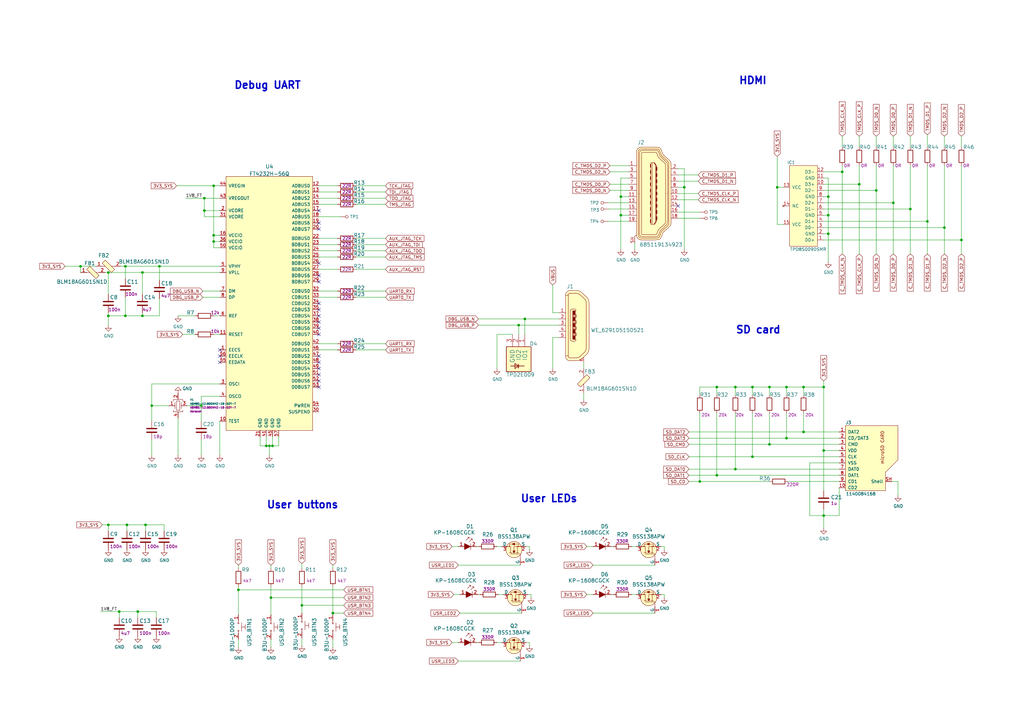
<source format=kicad_sch>
(kicad_sch (version 20230121) (generator eeschema)
  (paper "A3")
  (title_block (title "LPDDR4 Test Board") (date "2022-07-20") (rev "1.1.3"))
  (lib_symbols
    (symbol "lpddr4-test-board:1140084168" (pin_names (offset 1.016))
      (property "Reference" "J3" (at -8.89 15.24 0))
      (property "Value" "1140084168" (at -3.81 -13.97 0))
      (symbol "1140084168_1_0"
        (text "microSD CARD" (at 5.08 5.08 900) (effects (font (size 1.27 1.27))))
      )
      (symbol "1140084168_1_1"
        (pin bidirectional line (at -12.7 11.43 0) (length 2.54) (name "DAT2") (number "1"))
        (pin passive line (at -12.7 -11.43 0) (length 2.54) (name "CD2") (number "10"))
        (pin bidirectional line (at -12.7 8.89 0) (length 2.54) (name "CD/DAT3") (number "2"))
        (pin bidirectional line (at -12.7 6.35 0) (length 2.54) (name "CMD") (number "3"))
        (pin power_in line (at -12.7 3.81 0) (length 2.54) (name "VDD") (number "4"))
        (pin output line (at -12.7 1.27 0) (length 2.54) (name "CLK") (number "5"))
        (pin power_in line (at -12.7 -1.27 0) (length 2.54) (name "VSS") (number "6"))
        (pin bidirectional line (at -12.7 -3.81 0) (length 2.54) (name "DAT0") (number "7"))
        (pin bidirectional line (at -12.7 -6.35 0) (length 2.54) (name "DAT1") (number "8"))
        (pin passive line (at -12.7 -8.89 0) (length 2.54) (name "CD1") (number "9"))
        (pin passive line (at 8.89 -8.89 180) (length 2.54) (name "Shell") (number "SH"))
      )
    )
    (symbol "lpddr4-test-board:685119134923" (pin_names (offset 1.016))
      (property "Reference" "J" (at -6.35 20.32 0))
      (property "Value" "685119134923" (at 2.54 -20.32 0))
      (symbol "685119134923_1_1"
        (pin passive line (at -10.16 11.43 0) (length 2.54) (name "~") (number "1"))
        (pin passive line (at 10.16 0 180) (length 2.921) (name "~") (number "10"))
        (pin passive line (at -10.16 -1.27 0) (length 2.54) (name "~") (number "11"))
        (pin passive line (at 10.16 -2.54 180) (length 2.921) (name "~") (number "12"))
        (pin passive line (at -10.16 -3.81 0) (length 2.54) (name "~") (number "13"))
        (pin passive line (at 10.16 -5.08 180) (length 2.921) (name "~") (number "14"))
        (pin passive line (at -10.16 -6.35 0) (length 2.54) (name "~") (number "15"))
        (pin passive line (at 10.16 -7.62 180) (length 2.921) (name "~") (number "16"))
        (pin passive line (at -10.16 -8.89 0) (length 2.54) (name "~") (number "17"))
        (pin passive line (at 10.16 -10.16 180) (length 2.921) (name "~") (number "18"))
        (pin passive line (at -10.16 -11.43 0) (length 2.54) (name "~") (number "19"))
        (pin passive line (at 10.16 10.16 180) (length 2.921) (name "~") (number "2"))
        (pin passive line (at -10.16 8.89 0) (length 2.54) (name "~") (number "3"))
        (pin passive line (at 10.16 7.62 180) (length 2.921) (name "~") (number "4"))
        (pin passive line (at -10.16 6.35 0) (length 2.54) (name "~") (number "5"))
        (pin passive line (at 10.16 5.08 180) (length 2.921) (name "~") (number "6"))
        (pin passive line (at -10.16 3.81 0) (length 2.54) (name "~") (number "7"))
        (pin passive line (at 10.16 2.54 180) (length 2.921) (name "~") (number "8"))
        (pin passive line (at -10.16 1.27 0) (length 2.54) (name "~") (number "9"))
        (pin passive line (at -7.62 -20.32 90) (length 2.54) (name "~") (number "SH"))
      )
    )
    (symbol "lpddr4-test-board:ABM8G-12.000MHZ-18-D2Y-T" (pin_names (offset 1.016))
      (property "Reference" "Y" (at -1.905 3.175 0))
      (property "Value" "ABM8G-12.000MHZ-18-D2Y-T" (at 5.08 -3.81 0))
      (property "MPN" "ABM8G-12.000MHZ-18-D2Y-T " (at 12.065 -6.985 0))
      (property "Manufacturer" "Abracon" (at 7.62 -5.715 0))
      (symbol "ABM8G-12.000MHZ-18-D2Y-T_1_1"
        (pin output line (at -3.81 0 0) (length 2.54) (name "~") (number "1"))
        (pin power_in line (at 0 5.08 270) (length 2.54) (name "~") (number "2"))
        (pin output line (at 3.81 0 180) (length 2.54) (name "~") (number "3"))
        (pin power_in line (at 0 -5.08 90) (length 2.54) (name "~") (number "4"))
      )
    )
    (symbol "lpddr4-test-board:B3U-1000P" (pin_names (offset 1.016))
      (property "Reference" "S" (at 0 4.064 0))
      (property "Value" "B3U-1000P" (at 0 -2.54 0))
      (symbol "B3U-1000P_1_1"
        (pin passive line (at -5.08 0 0) (length 2.54) (name "~") (number "1"))
        (pin passive line (at 5.08 0 180) (length 2.54) (name "~") (number "2"))
      )
    )
    (symbol "lpddr4-test-board:BLM18AG601SN1D" (pin_names (offset 1.016))
      (property "Reference" "FB" (at -2.54 3.81 0))
      (property "Value" "BLM18AG601SN1D" (at 0 -3.81 0))
      (symbol "BLM18AG601SN1D_1_1"
        (pin passive line (at -5.08 0 0) (length 2.54) (name "~") (number "1"))
        (pin passive line (at 5.08 0 180) (length 2.54) (name "~") (number "2"))
      )
    )
    (symbol "lpddr4-test-board:BSS138APW" (pin_names (offset 0))
      (property "Reference" "Q" (at -2.6924 3.6322 0))
      (property "Value" "BSS138APW" (at 3.4544 0 90))
      (symbol "BSS138APW_1_1"
        (pin bidirectional line (at -7.62 -2.54 0) (length 2.54) (name "G") (number "1"))
        (pin bidirectional line (at 0 -5.08 90) (length 2.54) (name "S") (number "2"))
        (pin bidirectional line (at 0 5.08 270) (length 2.54) (name "D") (number "3"))
      )
    )
    (symbol "lpddr4-test-board:C_100n_0402_6V3" (pin_names (offset 0))
      (property "Reference" "C" (at -1.397 3.429 0))
      (property "Val" "100n" (at 0 -2.54 0))
      (symbol "C_100n_0402_6V3_1_1"
        (pin passive line (at 0 3.81 270) (length 2.794) (name "~") (number "1"))
        (pin passive line (at 0 -3.81 90) (length 2.794) (name "~") (number "2"))
      )
    )
    (symbol "lpddr4-test-board:C_18p_0402" (pin_names (offset 0))
      (property "Reference" "C" (at -1.397 3.429 0))
      (property "Val" "18p" (at 0 -2.54 0))
      (symbol "C_18p_0402_1_1"
        (pin passive line (at 0 3.81 270) (length 2.794) (name "~") (number "1"))
        (pin passive line (at 0 -3.81 90) (length 2.794) (name "~") (number "2"))
      )
    )
    (symbol "lpddr4-test-board:C_1u_0603" (pin_names (offset 0))
      (property "Reference" "C" (at -1.397 3.429 0))
      (property "Val" "1u" (at 0 -2.54 0))
      (symbol "C_1u_0603_1_1"
        (pin passive line (at 0 3.81 270) (length 2.794) (name "~") (number "1"))
        (pin passive line (at 0 -3.81 90) (length 2.794) (name "~") (number "2"))
      )
    )
    (symbol "lpddr4-test-board:C_4u7_0402" (pin_names (offset 0))
      (property "Reference" "C" (at -1.397 3.429 0))
      (property "Val" "4u7" (at 0 -2.54 0))
      (symbol "C_4u7_0402_1_1"
        (pin passive line (at 0 3.81 270) (length 2.794) (name "~") (number "1"))
        (pin passive line (at 0 -3.81 90) (length 2.794) (name "~") (number "2"))
      )
    )
    (symbol "lpddr4-test-board:FT4232H-56Q" (pin_names (offset 1.016))
      (property "Reference" "U" (at -15.24 59.69 0))
      (property "Value" "FT4232H-56Q" (at 0 -10.16 90))
      (symbol "FT4232H-56Q_1_1"
        (pin bidirectional line (at -20.32 -12.7 0) (length 2.54) (name "EECS") (number "1"))
        (pin input line (at -20.32 -41.91 0) (length 2.54) (name "TEST") (number "10"))
        (pin input line (at -20.32 -6.35 0) (length 2.54) (name "RESET") (number "11"))
        (pin bidirectional line (at 20.32 54.61 180) (length 2.54) (name "ADBUS0") (number "12"))
        (pin bidirectional line (at 20.32 52.07 180) (length 2.54) (name "ADBUS1") (number "13"))
        (pin bidirectional line (at 20.32 49.53 180) (length 2.54) (name "ADBUS2") (number "14"))
        (pin bidirectional line (at 20.32 46.99 180) (length 2.54) (name "ADBUS3") (number "15"))
        (pin power_in line (at -20.32 34.29 0) (length 2.54) (name "VCCIO") (number "16"))
        (pin bidirectional line (at 20.32 44.45 180) (length 2.54) (name "ADBUS4") (number "17"))
        (pin bidirectional line (at 20.32 41.91 180) (length 2.54) (name "ADBUS5") (number "18"))
        (pin bidirectional line (at 20.32 39.37 180) (length 2.54) (name "ADBUS6") (number "19"))
        (pin power_in line (at -20.32 44.45 0) (length 2.54) (name "VCORE") (number "2"))
        (pin bidirectional line (at 20.32 36.83 180) (length 2.54) (name "ADBUS7") (number "20"))
        (pin power_in line (at -3.81 -48.26 90) (length 2.54) (name "GND") (number "21"))
        (pin bidirectional line (at 20.32 33.02 180) (length 2.54) (name "BDBUS0") (number "22"))
        (pin bidirectional line (at 20.32 30.48 180) (length 2.54) (name "BDBUS1") (number "23"))
        (pin bidirectional line (at 20.32 27.94 180) (length 2.54) (name "BDBUS2") (number "24"))
        (pin bidirectional line (at 20.32 25.4 180) (length 2.54) (name "BDBUS3") (number "25"))
        (pin bidirectional line (at 20.32 22.86 180) (length 2.54) (name "BDBUS4") (number "26"))
        (pin bidirectional line (at 20.32 20.32 180) (length 2.54) (name "BDBUS5") (number "27"))
        (pin bidirectional line (at 20.32 17.78 180) (length 2.54) (name "BDBUS6") (number "28"))
        (pin bidirectional line (at 20.32 15.24 180) (length 2.54) (name "BDBUS7") (number "29"))
        (pin input line (at -20.32 -26.67 0) (length 2.54) (name "OSCI") (number "3"))
        (pin output line (at 20.32 -38.1 180) (length 2.54) (name "SUSPEND") (number "30"))
        (pin power_in line (at -20.32 41.91 0) (length 2.54) (name "VCORE") (number "31"))
        (pin bidirectional line (at 20.32 11.43 180) (length 2.54) (name "CDBUS0") (number "32"))
        (pin bidirectional line (at 20.32 8.89 180) (length 2.54) (name "CDBUS1") (number "33"))
        (pin bidirectional line (at 20.32 6.35 180) (length 2.54) (name "CDBUS2") (number "34"))
        (pin bidirectional line (at 20.32 3.81 180) (length 2.54) (name "CDBUS3") (number "35"))
        (pin power_in line (at -20.32 31.75 0) (length 2.54) (name "VCCIO") (number "36"))
        (pin bidirectional line (at 20.32 1.27 180) (length 2.54) (name "CDBUS4") (number "37"))
        (pin bidirectional line (at 20.32 -1.27 180) (length 2.54) (name "CDBUS5") (number "38"))
        (pin bidirectional line (at 20.32 -3.81 180) (length 2.54) (name "CDBUS6") (number "39"))
        (pin output line (at -20.32 -31.75 0) (length 2.54) (name "OSCO") (number "4"))
        (pin bidirectional line (at 20.32 -6.35 180) (length 2.54) (name "CDBUS7") (number "40"))
        (pin power_in line (at -1.27 -48.26 90) (length 2.54) (name "GND") (number "41"))
        (pin bidirectional line (at 20.32 -10.16 180) (length 2.54) (name "DDBUS0") (number "42"))
        (pin power_out line (at -20.32 49.53 0) (length 2.54) (name "VREGOUT") (number "43"))
        (pin power_in line (at -20.32 54.61 0) (length 2.54) (name "VREGIN") (number "44"))
        (pin power_in line (at 1.27 -48.26 90) (length 2.54) (name "GND") (number "45"))
        (pin bidirectional line (at 20.32 -12.7 180) (length 2.54) (name "DDBUS1") (number "46"))
        (pin bidirectional line (at 20.32 -15.24 180) (length 2.54) (name "DDBUS2") (number "47"))
        (pin bidirectional line (at 20.32 -17.78 180) (length 2.54) (name "DDBUS3") (number "48"))
        (pin bidirectional line (at 20.32 -20.32 180) (length 2.54) (name "DDBUS4") (number "49"))
        (pin power_in line (at -20.32 21.59 0) (length 2.54) (name "VPHY") (number "5"))
        (pin power_in line (at -20.32 29.21 0) (length 2.54) (name "VCCIO") (number "50"))
        (pin bidirectional line (at 20.32 -22.86 180) (length 2.54) (name "DDBUS5") (number "51"))
        (pin bidirectional line (at 20.32 -25.4 180) (length 2.54) (name "DDBUS6") (number "52"))
        (pin bidirectional line (at 20.32 -27.94 180) (length 2.54) (name "DDBUS7") (number "53"))
        (pin output line (at 20.32 -35.56 180) (length 2.54) (name "PWREN") (number "54"))
        (pin bidirectional line (at -20.32 -17.78 0) (length 2.54) (name "EEDATA") (number "55"))
        (pin output line (at -20.32 -15.24 0) (length 2.54) (name "EECLK") (number "56"))
        (pin power_in line (at 3.81 -48.26 90) (length 2.54) (name "GND") (number "57"))
        (pin input line (at -20.32 1.27 0) (length 2.54) (name "REF") (number "6"))
        (pin bidirectional line (at -20.32 11.43 0) (length 2.54) (name "DM") (number "7"))
        (pin bidirectional line (at -20.32 8.89 0) (length 2.54) (name "DP") (number "8"))
        (pin power_in line (at -20.32 19.05 0) (length 2.54) (name "VPLL") (number "9"))
      )
    )
    (symbol "lpddr4-test-board:GND" (power) (pin_names (offset 0))
      (property "Value" "GND" (at 0 -3.81 0))
      (symbol "GND_1_1"
        (pin power_in line (at 0 0 270) (length 0) hide (name "GND") (number "1"))
      )
    )
    (symbol "lpddr4-test-board:KP-1608CGCK" (pin_names (offset 0))
      (property "Reference" "D" (at -5.08 3.81 0))
      (property "Value" "KP-1608CGCK" (at 0 -3.81 0))
      (symbol "KP-1608CGCK_1_1"
        (pin passive line (at -5.08 0 0) (length 2.54) (name "~") (number "1"))
        (pin passive line (at 2.54 0 180) (length 2.54) (name "~") (number "2"))
      )
    )
    (symbol "lpddr4-test-board:R_0R_0402" (pin_names (offset 0))
      (property "Reference" "R" (at -1.397 3.429 0))
      (property "Val" "0R" (at 0 -2.54 0))
      (symbol "R_0R_0402_1_1"
        (pin passive line (at -3.81 0 0) (length 1.27) (name "~") (number "1"))
        (pin passive line (at 3.81 0 180) (length 1.27) (name "~") (number "2"))
      )
    )
    (symbol "lpddr4-test-board:R_10k_0402" (pin_names (offset 0))
      (property "Reference" "R" (at -1.397 3.429 0))
      (property "Val" "10k" (at 0 -2.54 0))
      (symbol "R_10k_0402_1_1"
        (pin passive line (at -3.81 0 0) (length 1.27) (name "~") (number "1"))
        (pin passive line (at 3.81 0 180) (length 1.27) (name "~") (number "2"))
      )
    )
    (symbol "lpddr4-test-board:R_12k_0402" (pin_names (offset 0))
      (property "Reference" "R" (at -1.397 3.429 0))
      (property "Val" "12k" (at 0 -2.54 0))
      (symbol "R_12k_0402_1_1"
        (pin passive line (at -3.81 0 0) (length 1.27) (name "~") (number "1"))
        (pin passive line (at 3.81 0 180) (length 1.27) (name "~") (number "2"))
      )
    )
    (symbol "lpddr4-test-board:R_20k_0402" (pin_names (offset 0))
      (property "Reference" "R" (at -1.397 3.429 0))
      (property "Val" "20k" (at 0 -2.54 0))
      (symbol "R_20k_0402_1_1"
        (pin passive line (at -3.81 0 0) (length 1.27) (name "~") (number "1"))
        (pin passive line (at 3.81 0 180) (length 1.27) (name "~") (number "2"))
      )
    )
    (symbol "lpddr4-test-board:R_220R_0402" (pin_names (offset 0))
      (property "Reference" "R" (at -1.397 3.429 0))
      (property "Val" "220R" (at 0 -2.54 0))
      (symbol "R_220R_0402_1_1"
        (pin passive line (at -3.81 0 0) (length 1.27) (name "~") (number "1"))
        (pin passive line (at 3.81 0 180) (length 1.27) (name "~") (number "2"))
      )
    )
    (symbol "lpddr4-test-board:R_22R_0402" (pin_names (offset 0))
      (property "Reference" "R" (at -1.397 3.429 0))
      (property "Val" "22R" (at 0 -2.54 0))
      (symbol "R_22R_0402_1_1"
        (pin passive line (at -3.81 0 0) (length 1.27) (name "~") (number "1"))
        (pin passive line (at 3.81 0 180) (length 1.27) (name "~") (number "2"))
      )
    )
    (symbol "lpddr4-test-board:R_330R_0402" (pin_names (offset 0))
      (property "Reference" "R" (at -1.397 3.429 0))
      (property "Val" "330R" (at 0 -2.54 0))
      (symbol "R_330R_0402_1_1"
        (pin passive line (at -3.81 0 0) (length 1.27) (name "~") (number "1"))
        (pin passive line (at 3.81 0 180) (length 1.27) (name "~") (number "2"))
      )
    )
    (symbol "lpddr4-test-board:R_4k7_0402" (pin_names (offset 0))
      (property "Reference" "R" (at -1.397 3.429 0))
      (property "Val" "4k7" (at 0 -2.54 0))
      (symbol "R_4k7_0402_1_1"
        (pin passive line (at -3.81 0 0) (length 1.27) (name "~") (number "1"))
        (pin passive line (at 3.81 0 180) (length 1.27) (name "~") (number "2"))
      )
    )
    (symbol "lpddr4-test-board:TPD2E009" (pin_names (offset 1.016))
      (property "Reference" "D" (at -7.62 -12.7 0))
      (property "Value" "TPD2E009" (at -7.62 -15.24 90))
      (symbol "TPD2E009_0_1"
        (pin passive line (at -5.08 0 0) (length 5.08) (name "IO1") (number "1"))
        (pin passive line (at -5.08 -2.54 0) (length 5.08) (name "IO2") (number "2"))
        (pin passive line (at -5.08 -5.08 0) (length 5.08) (name "GND") (number "3"))
      )
    )
    (symbol "lpddr4-test-board:TPD8S009DSMR" (pin_names (offset 1.016))
      (property "Reference" "IC" (at -3.81 10.16 0))
      (property "Value" "TPD8S009DSMR" (at 2.54 -25.4 0))
      (symbol "TPD8S009DSMR_1_1"
        (pin passive line (at -7.62 6.35 0) (length 2.54) (name "D0+") (number "1"))
        (pin passive line (at -7.62 -16.51 0) (length 2.54) (name "D3+") (number "10"))
        (pin power_in line (at -7.62 -19.05 0) (length 2.54) (name "GND") (number "11"))
        (pin passive line (at -7.62 -21.59 0) (length 2.54) (name "D3-") (number "12"))
        (pin power_in line (at 8.89 -15.24 180) (length 2.54) (name "VCC") (number "13"))
        (pin no_connect line (at 8.89 -7.62 180) (length 2.54) (name "NC") (number "14"))
        (pin power_in line (at 8.89 0 180) (length 2.54) (name "VCC") (number "15"))
        (pin power_in line (at -7.62 3.81 0) (length 2.54) (name "GND") (number "2"))
        (pin passive line (at -7.62 1.27 0) (length 2.54) (name "D0-") (number "3"))
        (pin passive line (at -7.62 -1.27 0) (length 2.54) (name "D1+") (number "4"))
        (pin power_in line (at -7.62 -3.81 0) (length 2.54) (name "GND") (number "5"))
        (pin passive line (at -7.62 -6.35 0) (length 2.54) (name "D1-") (number "6"))
        (pin passive line (at -7.62 -8.89 0) (length 2.54) (name "D2+") (number "7"))
        (pin power_in line (at -7.62 -11.43 0) (length 2.54) (name "GND") (number "8"))
        (pin passive line (at -7.62 -13.97 0) (length 2.54) (name "D2-") (number "9"))
      )
    )
    (symbol "lpddr4-test-board:TP_SMD1MM" (pin_numbers hide) (pin_names (offset 0))
      (property "Reference" "TP" (at -2.54 1.27 0))
      (symbol "TP_SMD1MM_1_1"
        (pin passive line (at 0 2.54 270) (length 1.905) (name "~") (number "1"))
      )
    )
    (symbol "lpddr4-test-board:WE_629105150521" (pin_names (offset 1.016))
      (property "Reference" "J" (at -3.7592 15.1892 0))
      (property "Value" "WE_629105150521" (at -6.2992 -6.4008 90))
      (symbol "WE_629105150521_1_1"
        (pin passive line (at 7.62 5.08 180) (length 2.794) (name "~") (number "1"))
        (pin passive line (at 7.62 2.54 180) (length 2.794) (name "~") (number "2"))
        (pin passive line (at 7.62 0 180) (length 2.794) (name "~") (number "3"))
        (pin passive line (at 7.62 -2.54 180) (length 2.794) (name "~") (number "4"))
        (pin passive line (at 7.62 -5.08 180) (length 2.794) (name "~") (number "5"))
        (pin passive line (at -2.54 -15.24 90) (length 2.032) (name "~") (number "6"))
      )
    )
  )
  (junction (at 337.82 158.75))
  (junction (at 58.42 111.76))
  (junction (at 59.69 215.265))
  (junction (at 33.02 109.22))
  (junction (at 366.395 83.185))
  (junction (at 212.725 133.35))
  (junction (at 65.405 109.22))
  (junction (at 136.525 251.46))
  (junction (at 111.125 245.11))
  (junction (at 329.565 177.165))
  (junction (at 394.335 98.425))
  (junction (at 345.44 70.485))
  (junction (at 111.76 182.88))
  (junction (at 301.625 158.75))
  (junction (at 123.825 248.285))
  (junction (at 254.635 80.645))
  (junction (at 83.82 86.36))
  (junction (at 109.22 182.88))
  (junction (at 294.005 158.75))
  (junction (at 83.82 81.28))
  (junction (at 58.42 129.54))
  (junction (at 87.63 99.06))
  (junction (at 82.55 166.37))
  (junction (at 315.595 158.75))
  (junction (at 352.425 75.565))
  (junction (at 56.515 250.825))
  (junction (at 359.41 78.105))
  (junction (at 97.79 241.935))
  (junction (at 337.82 184.785))
  (junction (at 51.435 109.22))
  (junction (at 44.45 111.76))
  (junction (at 215.265 130.81))
  (junction (at 87.63 76.2))
  (junction (at 110.49 182.88))
  (junction (at 44.45 215.265))
  (junction (at 373.38 85.725))
  (junction (at 62.23 166.37))
  (junction (at 87.63 96.52))
  (junction (at 329.565 158.75))
  (junction (at 315.595 182.245))
  (junction (at 339.725 80.645))
  (junction (at 337.82 211.455))
  (junction (at 318.77 76.835))
  (junction (at 254.635 88.265))
  (junction (at 44.45 129.54))
  (junction (at 322.58 179.705))
  (junction (at 387.35 93.345))
  (junction (at 308.61 187.325))
  (junction (at 308.61 158.75))
  (junction (at 339.725 95.885))
  (junction (at 380.365 90.805))
  (junction (at 280.67 76.835))
  (junction (at 339.725 88.265))
  (junction (at 294.005 194.945))
  (junction (at 322.58 158.75))
  (junction (at 48.895 250.825))
  (junction (at 52.07 215.265))
  (junction (at 301.625 192.405))
  (junction (at 287.02 197.485))
  (junction (at 51.435 129.54))
  (no_connect (at 130.81 146.05))
  (no_connect (at 130.81 115.57))
  (no_connect (at 130.81 86.36))
  (no_connect (at 130.81 134.62))
  (no_connect (at 130.81 137.16))
  (no_connect (at 130.81 124.46))
  (no_connect (at 130.81 127))
  (no_connect (at 130.81 129.54))
  (no_connect (at 130.81 132.08))
  (no_connect (at 130.81 107.95))
  (no_connect (at 278.13 84.455))
  (no_connect (at 130.81 156.21))
  (no_connect (at 130.81 153.67))
  (no_connect (at 130.81 113.03))
  (no_connect (at 130.81 158.75))
  (no_connect (at 90.17 143.51))
  (no_connect (at 90.17 146.05))
  (no_connect (at 130.81 91.44))
  (no_connect (at 130.81 148.59))
  (no_connect (at 130.81 93.98))
  (no_connect (at 90.17 148.59))
  (no_connect (at 130.81 151.13))
  (wire (pts (xy 146.05 110.49) (xy 158.115 110.49)))
  (wire (pts (xy 212.725 137.16) (xy 212.725 133.35)))
  (wire (pts (xy 80.01 129.54) (xy 73.025 129.54)))
  (wire (pts (xy 329.565 177.165) (xy 329.565 169.545)))
  (wire (pts (xy 62.23 180.34) (xy 62.23 186.69)))
  (wire (pts (xy 337.82 80.645) (xy 339.725 80.645)))
  (wire (pts (xy 65.405 122.555) (xy 65.405 129.54)))
  (wire (pts (xy 339.725 73.025) (xy 339.725 80.645)))
  (wire (pts (xy 136.525 231.775) (xy 136.525 233.045)))
  (wire (pts (xy 59.69 217.805) (xy 59.69 215.265)))
  (wire (pts (xy 212.725 133.35) (xy 229.235 133.35)))
  (wire (pts (xy 87.63 129.54) (xy 90.17 129.54)))
  (wire (pts (xy 318.77 92.075) (xy 318.77 76.835)))
  (wire (pts (xy 337.82 83.185) (xy 366.395 83.185)))
  (wire (pts (xy 111.125 245.11) (xy 140.97 245.11)))
  (wire (pts (xy 186.055 243.84) (xy 188.595 243.84)))
  (wire (pts (xy 280.67 69.215) (xy 280.67 76.835)))
  (wire (pts (xy 90.17 88.9) (xy 83.82 88.9)))
  (wire (pts (xy 344.17 197.485) (xy 323.215 197.485)))
  (wire (pts (xy 196.215 243.84) (xy 196.85 243.84)))
  (wire (pts (xy 260.35 99.695) (xy 260.35 102.235)))
  (wire (pts (xy 337.82 75.565) (xy 352.425 75.565)))
  (wire (pts (xy 287.02 89.535) (xy 278.13 89.535)))
  (wire (pts (xy 229.235 138.43) (xy 226.695 138.43)))
  (wire (pts (xy 394.335 67.945) (xy 394.335 98.425)))
  (wire (pts (xy 158.115 121.92) (xy 146.05 121.92)))
  (wire (pts (xy 239.395 148.59) (xy 239.395 151.13)))
  (wire (pts (xy 352.425 75.565) (xy 352.425 104.14)))
  (wire (pts (xy 257.81 70.485) (xy 250.19 70.485)))
  (wire (pts (xy 337.82 73.025) (xy 339.725 73.025)))
  (wire (pts (xy 213.36 271.145) (xy 187.96 271.145)))
  (wire (pts (xy 301.625 161.925) (xy 301.625 158.75)))
  (wire (pts (xy 111.125 240.665) (xy 111.125 245.11)))
  (wire (pts (xy 394.335 60.325) (xy 394.335 55.88)))
  (wire (pts (xy 97.79 262.255) (xy 97.79 265.43)))
  (wire (pts (xy 87.63 99.06) (xy 87.63 96.52)))
  (wire (pts (xy 203.835 137.16) (xy 203.835 151.13)))
  (wire (pts (xy 257.81 85.725) (xy 249.555 85.725)))
  (wire (pts (xy 344.17 184.785) (xy 337.82 184.785)))
  (wire (pts (xy 58.42 129.54) (xy 65.405 129.54)))
  (wire (pts (xy 109.22 179.07) (xy 109.22 182.88)))
  (wire (pts (xy 272.415 224.155) (xy 272.415 225.425)))
  (wire (pts (xy 110.49 186.69) (xy 110.49 182.88)))
  (wire (pts (xy 213.36 231.775) (xy 187.96 231.775)))
  (wire (pts (xy 69.215 166.37) (xy 62.23 166.37)))
  (wire (pts (xy 110.49 182.88) (xy 109.22 182.88)))
  (wire (pts (xy 278.13 69.215) (xy 280.67 69.215)))
  (wire (pts (xy 322.58 179.705) (xy 322.58 169.545)))
  (wire (pts (xy 257.81 75.565) (xy 250.19 75.565)))
  (wire (pts (xy 329.565 158.75) (xy 337.82 158.75)))
  (wire (pts (xy 322.58 161.925) (xy 322.58 158.75)))
  (wire (pts (xy 90.17 121.92) (xy 83.185 121.92)))
  (wire (pts (xy 43.18 111.76) (xy 44.45 111.76)))
  (wire (pts (xy 329.565 161.925) (xy 329.565 158.75)))
  (wire (pts (xy 62.23 166.37) (xy 62.23 172.72)))
  (wire (pts (xy 67.31 215.265) (xy 67.31 217.805)))
  (wire (pts (xy 44.45 129.54) (xy 51.435 129.54)))
  (wire (pts (xy 114.3 179.07) (xy 114.3 182.88)))
  (wire (pts (xy 111.76 182.88) (xy 110.49 182.88)))
  (wire (pts (xy 58.42 111.76) (xy 90.17 111.76)))
  (wire (pts (xy 278.13 76.835) (xy 280.67 76.835)))
  (wire (pts (xy 315.595 182.245) (xy 315.595 169.545)))
  (wire (pts (xy 205.74 263.525) (xy 203.835 263.525)))
  (wire (pts (xy 387.35 93.345) (xy 387.35 67.945)))
  (wire (pts (xy 138.43 81.28) (xy 130.81 81.28)))
  (wire (pts (xy 123.825 261.62) (xy 123.825 264.795)))
  (wire (pts (xy 337.82 211.455) (xy 337.82 216.535)))
  (wire (pts (xy 111.125 262.255) (xy 111.125 265.43)))
  (wire (pts (xy 257.81 73.025) (xy 254.635 73.025)))
  (wire (pts (xy 286.385 71.755) (xy 278.13 71.755)))
  (wire (pts (xy 272.415 243.84) (xy 272.415 245.11)))
  (wire (pts (xy 82.55 180.34) (xy 82.55 186.69)))
  (wire (pts (xy 337.82 208.915) (xy 337.82 211.455)))
  (wire (pts (xy 111.76 179.07) (xy 111.76 182.88)))
  (wire (pts (xy 56.515 250.825) (xy 56.515 253.365)))
  (wire (pts (xy 87.63 96.52) (xy 87.63 76.2)))
  (wire (pts (xy 337.82 78.105) (xy 359.41 78.105)))
  (wire (pts (xy 394.335 98.425) (xy 394.335 104.14)))
  (wire (pts (xy 73.025 171.45) (xy 73.025 186.69)))
  (wire (pts (xy 44.45 133.35) (xy 44.45 129.54)))
  (wire (pts (xy 62.23 157.48) (xy 90.17 157.48)))
  (wire (pts (xy 111.125 231.775) (xy 111.125 233.045)))
  (wire (pts (xy 345.44 70.485) (xy 345.44 67.945)))
  (wire (pts (xy 380.365 67.945) (xy 380.365 90.805)))
  (wire (pts (xy 368.3 197.485) (xy 368.3 203.2)))
  (wire (pts (xy 146.05 143.51) (xy 158.115 143.51)))
  (wire (pts (xy 337.82 158.75) (xy 337.82 156.21)))
  (wire (pts (xy 344.17 187.325) (xy 308.61 187.325)))
  (wire (pts (xy 337.82 98.425) (xy 394.335 98.425)))
  (wire (pts (xy 51.435 114.3) (xy 51.435 109.22)))
  (wire (pts (xy 337.82 95.885) (xy 339.725 95.885)))
  (wire (pts (xy 250.825 224.155) (xy 251.46 224.155)))
  (wire (pts (xy 282.575 182.245) (xy 315.595 182.245)))
  (wire (pts (xy 352.425 60.325) (xy 352.425 55.88)))
  (wire (pts (xy 337.82 85.725) (xy 373.38 85.725)))
  (wire (pts (xy 49.53 109.22) (xy 51.435 109.22)))
  (wire (pts (xy 217.805 243.84) (xy 217.805 245.11)))
  (wire (pts (xy 138.43 102.87) (xy 130.81 102.87)))
  (wire (pts (xy 282.575 177.165) (xy 329.565 177.165)))
  (wire (pts (xy 130.81 88.9) (xy 139.7 88.9)))
  (wire (pts (xy 62.23 157.48) (xy 62.23 166.37)))
  (wire (pts (xy 272.415 243.84) (xy 271.145 243.84)))
  (wire (pts (xy 359.41 78.105) (xy 359.41 104.14)))
  (wire (pts (xy 366.395 67.945) (xy 366.395 83.185)))
  (wire (pts (xy 123.825 231.14) (xy 123.825 233.045)))
  (wire (pts (xy 337.82 88.265) (xy 339.725 88.265)))
  (wire (pts (xy 146.05 100.33) (xy 158.115 100.33)))
  (wire (pts (xy 373.38 85.725) (xy 373.38 104.14)))
  (wire (pts (xy 136.525 262.255) (xy 136.525 265.43)))
  (wire (pts (xy 240.665 243.84) (xy 243.205 243.84)))
  (wire (pts (xy 138.43 110.49) (xy 130.81 110.49)))
  (wire (pts (xy 90.17 81.28) (xy 83.82 81.28)))
  (wire (pts (xy 196.215 130.81) (xy 215.265 130.81)))
  (wire (pts (xy 322.58 158.75) (xy 329.565 158.75)))
  (wire (pts (xy 56.515 250.825) (xy 64.135 250.825)))
  (wire (pts (xy 217.17 263.525) (xy 215.9 263.525)))
  (wire (pts (xy 260.985 224.155) (xy 259.08 224.155)))
  (wire (pts (xy 217.17 263.525) (xy 217.17 264.795)))
  (wire (pts (xy 106.68 182.88) (xy 109.22 182.88)))
  (wire (pts (xy 138.43 100.33) (xy 130.81 100.33)))
  (wire (pts (xy 97.79 231.775) (xy 97.79 233.045)))
  (wire (pts (xy 217.17 224.155) (xy 217.17 225.425)))
  (wire (pts (xy 282.575 179.705) (xy 322.58 179.705)))
  (wire (pts (xy 318.77 76.835) (xy 318.77 64.135)))
  (wire (pts (xy 339.725 80.645) (xy 339.725 88.265)))
  (wire (pts (xy 344.17 192.405) (xy 301.625 192.405)))
  (wire (pts (xy 58.42 120.65) (xy 58.42 111.76)))
  (wire (pts (xy 52.07 215.265) (xy 59.69 215.265)))
  (wire (pts (xy 185.42 224.155) (xy 187.96 224.155)))
  (wire (pts (xy 260.985 243.84) (xy 259.08 243.84)))
  (wire (pts (xy 48.895 250.825) (xy 56.515 250.825)))
  (wire (pts (xy 51.435 109.22) (xy 65.405 109.22)))
  (wire (pts (xy 337.82 211.455) (xy 344.17 211.455)))
  (wire (pts (xy 257.81 80.645) (xy 254.635 80.645)))
  (wire (pts (xy 387.35 93.345) (xy 387.35 104.14)))
  (wire (pts (xy 215.265 137.16) (xy 215.265 130.81)))
  (wire (pts (xy 282.575 194.945) (xy 294.005 194.945)))
  (wire (pts (xy 82.55 162.56) (xy 90.17 162.56)))
  (wire (pts (xy 282.575 197.485) (xy 287.02 197.485)))
  (wire (pts (xy 83.82 81.28) (xy 76.2 81.28)))
  (wire (pts (xy 287.02 86.995) (xy 278.13 86.995)))
  (wire (pts (xy 51.435 129.54) (xy 58.42 129.54)))
  (wire (pts (xy 136.525 251.46) (xy 140.97 251.46)))
  (wire (pts (xy 58.42 128.27) (xy 58.42 129.54)))
  (wire (pts (xy 48.895 253.365) (xy 48.895 250.825)))
  (wire (pts (xy 287.02 197.485) (xy 287.02 169.545)))
  (wire (pts (xy 345.44 60.325) (xy 345.44 55.88)))
  (wire (pts (xy 272.415 224.155) (xy 271.145 224.155)))
  (wire (pts (xy 146.05 76.2) (xy 158.115 76.2)))
  (wire (pts (xy 344.17 182.245) (xy 315.595 182.245)))
  (wire (pts (xy 44.45 128.27) (xy 44.45 129.54)))
  (wire (pts (xy 146.05 140.97) (xy 158.115 140.97)))
  (wire (pts (xy 44.45 217.805) (xy 44.45 215.265)))
  (wire (pts (xy 257.81 88.265) (xy 254.635 88.265)))
  (wire (pts (xy 239.395 161.29) (xy 239.395 163.83)))
  (wire (pts (xy 90.17 76.2) (xy 87.63 76.2)))
  (wire (pts (xy 226.695 128.27) (xy 226.695 116.84)))
  (wire (pts (xy 136.525 251.46) (xy 136.525 252.095)))
  (wire (pts (xy 337.82 70.485) (xy 345.44 70.485)))
  (wire (pts (xy 52.07 217.805) (xy 52.07 215.265)))
  (wire (pts (xy 254.635 88.265) (xy 254.635 102.235)))
  (wire (pts (xy 136.525 240.665) (xy 136.525 251.46)))
  (wire (pts (xy 83.82 86.36) (xy 83.82 81.28)))
  (wire (pts (xy 368.3 197.485) (xy 365.76 197.485)))
  (wire (pts (xy 254.635 73.025) (xy 254.635 80.645)))
  (wire (pts (xy 90.17 86.36) (xy 83.82 86.36)))
  (wire (pts (xy 44.45 111.76) (xy 58.42 111.76)))
  (wire (pts (xy 138.43 97.79) (xy 130.81 97.79)))
  (wire (pts (xy 344.17 189.865) (xy 332.105 189.865)))
  (wire (pts (xy 146.05 83.82) (xy 158.115 83.82)))
  (wire (pts (xy 213.995 251.46) (xy 188.595 251.46)))
  (wire (pts (xy 130.81 121.92) (xy 138.43 121.92)))
  (wire (pts (xy 195.58 224.155) (xy 196.215 224.155)))
  (wire (pts (xy 344.17 177.165) (xy 329.565 177.165)))
  (wire (pts (xy 339.725 88.265) (xy 339.725 95.885)))
  (wire (pts (xy 254.635 80.645) (xy 254.635 88.265)))
  (wire (pts (xy 257.81 67.945) (xy 250.19 67.945)))
  (wire (pts (xy 250.825 243.84) (xy 251.46 243.84)))
  (wire (pts (xy 130.81 83.82) (xy 138.43 83.82)))
  (wire (pts (xy 44.45 215.265) (xy 52.07 215.265)))
  (wire (pts (xy 344.17 179.705) (xy 322.58 179.705)))
  (wire (pts (xy 146.05 97.79) (xy 158.115 97.79)))
  (wire (pts (xy 257.81 78.105) (xy 250.19 78.105)))
  (wire (pts (xy 308.61 161.925) (xy 308.61 158.75)))
  (wire (pts (xy 268.605 231.775) (xy 243.205 231.775)))
  (wire (pts (xy 196.215 133.35) (xy 212.725 133.35)))
  (wire (pts (xy 373.38 67.945) (xy 373.38 85.725)))
  (wire (pts (xy 337.82 90.805) (xy 380.365 90.805)))
  (wire (pts (xy 195.58 263.525) (xy 196.215 263.525)))
  (wire (pts (xy 65.405 109.22) (xy 90.17 109.22)))
  (wire (pts (xy 217.17 224.155) (xy 215.9 224.155)))
  (wire (pts (xy 33.02 109.22) (xy 33.02 111.76)))
  (wire (pts (xy 123.825 248.285) (xy 140.97 248.285)))
  (wire (pts (xy 48.895 250.825) (xy 41.275 250.825)))
  (wire (pts (xy 315.595 158.75) (xy 322.58 158.75)))
  (wire (pts (xy 321.31 92.075) (xy 318.77 92.075)))
  (wire (pts (xy 83.82 88.9) (xy 83.82 86.36)))
  (wire (pts (xy 215.265 130.81) (xy 229.235 130.81)))
  (wire (pts (xy 359.41 60.325) (xy 359.41 55.88)))
  (wire (pts (xy 359.41 67.945) (xy 359.41 78.105)))
  (wire (pts (xy 146.05 78.74) (xy 158.115 78.74)))
  (wire (pts (xy 82.55 166.37) (xy 82.55 172.72)))
  (wire (pts (xy 111.125 245.11) (xy 111.125 252.095)))
  (wire (pts (xy 380.365 90.805) (xy 380.365 104.14)))
  (wire (pts (xy 268.605 251.46) (xy 243.205 251.46)))
  (wire (pts (xy 64.135 253.365) (xy 64.135 250.825)))
  (wire (pts (xy 321.31 76.835) (xy 318.77 76.835)))
  (wire (pts (xy 229.235 128.27) (xy 226.695 128.27)))
  (wire (pts (xy 240.665 224.155) (xy 243.205 224.155)))
  (wire (pts (xy 339.725 95.885) (xy 339.725 107.315)))
  (wire (pts (xy 344.17 200.025) (xy 344.17 211.455)))
  (wire (pts (xy 373.38 60.325) (xy 373.38 55.88)))
  (wire (pts (xy 138.43 76.2) (xy 130.81 76.2)))
  (wire (pts (xy 82.55 162.56) (xy 82.55 166.37)))
  (wire (pts (xy 106.68 179.07) (xy 106.68 182.88)))
  (wire (pts (xy 308.61 187.325) (xy 308.61 169.545)))
  (wire (pts (xy 315.595 197.485) (xy 287.02 197.485)))
  (wire (pts (xy 294.005 194.945) (xy 294.005 169.545)))
  (wire (pts (xy 332.105 189.865) (xy 332.105 211.455)))
  (wire (pts (xy 301.625 192.405) (xy 301.625 169.545)))
  (wire (pts (xy 387.35 60.325) (xy 387.35 55.88)))
  (wire (pts (xy 130.81 78.74) (xy 138.43 78.74)))
  (wire (pts (xy 308.61 158.75) (xy 315.595 158.75)))
  (wire (pts (xy 97.79 241.935) (xy 97.79 252.095)))
  (wire (pts (xy 287.02 158.75) (xy 287.02 161.925)))
  (wire (pts (xy 315.595 161.925) (xy 315.595 158.75)))
  (wire (pts (xy 87.63 137.16) (xy 90.17 137.16)))
  (wire (pts (xy 90.17 172.72) (xy 90.17 186.69)))
  (wire (pts (xy 146.05 102.87) (xy 158.115 102.87)))
  (wire (pts (xy 146.05 119.38) (xy 158.115 119.38)))
  (wire (pts (xy 146.05 81.28) (xy 158.115 81.28)))
  (wire (pts (xy 90.17 96.52) (xy 87.63 96.52)))
  (wire (pts (xy 257.81 90.805) (xy 249.555 90.805)))
  (wire (pts (xy 65.405 114.935) (xy 65.405 109.22)))
  (wire (pts (xy 26.67 109.22) (xy 33.02 109.22)))
  (wire (pts (xy 44.45 120.65) (xy 44.45 111.76)))
  (wire (pts (xy 80.01 137.16) (xy 74.93 137.16)))
  (wire (pts (xy 286.385 81.915) (xy 278.13 81.915)))
  (wire (pts (xy 257.81 83.185) (xy 249.555 83.185)))
  (wire (pts (xy 51.435 121.92) (xy 51.435 129.54)))
  (wire (pts (xy 280.67 76.835) (xy 280.67 102.235)))
  (wire (pts (xy 87.63 101.6) (xy 87.63 99.06)))
  (wire (pts (xy 286.385 79.375) (xy 278.13 79.375)))
  (wire (pts (xy 337.82 201.295) (xy 337.82 184.785)))
  (wire (pts (xy 294.005 161.925) (xy 294.005 158.75)))
  (wire (pts (xy 337.82 184.785) (xy 337.82 158.75)))
  (wire (pts (xy 210.185 137.16) (xy 203.835 137.16)))
  (wire (pts (xy 97.79 241.935) (xy 140.97 241.935)))
  (wire (pts (xy 344.17 194.945) (xy 294.005 194.945)))
  (wire (pts (xy 345.44 70.485) (xy 345.44 104.14)))
  (wire (pts (xy 146.05 105.41) (xy 158.115 105.41)))
  (wire (pts (xy 114.3 182.88) (xy 111.76 182.88)))
  (wire (pts (xy 90.17 101.6) (xy 87.63 101.6)))
  (wire (pts (xy 282.575 192.405) (xy 301.625 192.405)))
  (wire (pts (xy 352.425 75.565) (xy 352.425 67.945)))
  (wire (pts (xy 217.805 243.84) (xy 216.535 243.84)))
  (wire (pts (xy 39.37 109.22) (xy 33.02 109.22)))
  (wire (pts (xy 294.005 158.75) (xy 301.625 158.75)))
  (wire (pts (xy 90.17 99.06) (xy 87.63 99.06)))
  (wire (pts (xy 366.395 83.185) (xy 366.395 104.14)))
  (wire (pts (xy 90.17 119.38) (xy 83.185 119.38)))
  (wire (pts (xy 332.105 211.455) (xy 337.82 211.455)))
  (wire (pts (xy 185.42 263.525) (xy 187.96 263.525)))
  (wire (pts (xy 287.02 158.75) (xy 294.005 158.75)))
  (wire (pts (xy 337.82 93.345) (xy 387.35 93.345)))
  (wire (pts (xy 206.375 243.84) (xy 204.47 243.84)))
  (wire (pts (xy 59.69 215.265) (xy 67.31 215.265)))
  (wire (pts (xy 282.575 187.325) (xy 308.61 187.325)))
  (wire (pts (xy 72.39 76.2) (xy 87.63 76.2)))
  (wire (pts (xy 205.74 224.155) (xy 203.835 224.155)))
  (wire (pts (xy 123.825 248.285) (xy 123.825 251.46)))
  (wire (pts (xy 130.81 140.97) (xy 138.43 140.97)))
  (wire (pts (xy 138.43 105.41) (xy 130.81 105.41)))
  (wire (pts (xy 130.81 143.51) (xy 138.43 143.51)))
  (wire (pts (xy 97.79 240.665) (xy 97.79 241.935)))
  (wire (pts (xy 380.365 60.325) (xy 380.365 55.245)))
  (wire (pts (xy 44.45 215.265) (xy 41.91 215.265)))
  (wire (pts (xy 123.825 240.665) (xy 123.825 248.285)))
  (wire (pts (xy 76.835 166.37) (xy 82.55 166.37)))
  (wire (pts (xy 286.385 74.295) (xy 278.13 74.295)))
  (wire (pts (xy 130.81 119.38) (xy 138.43 119.38)))
  (wire (pts (xy 226.695 138.43) (xy 226.695 151.13)))
  (wire (pts (xy 301.625 158.75) (xy 308.61 158.75)))
  (wire (pts (xy 366.395 60.325) (xy 366.395 55.88)))
  (text "Debug UART" (at 95.885 36.83 0) (effects (font (size 2.9972 2.9972) (thickness 0.5994) bold) (justify left bottom)))
  (text "SD card" (at 301.625 137.16 0) (effects (font (size 2.9972 2.9972) (thickness 0.5994) bold) (justify left bottom)))
  (text "User LEDs" (at 213.36 206.375 0) (effects (font (size 2.9972 2.9972) (thickness 0.5994) bold) (justify left bottom)))
  (text "HDMI" (at 302.895 34.925 0) (effects (font (size 2.9972 2.9972) (thickness 0.5994) bold) (justify left bottom)))
  (text "User buttons" (at 109.22 208.915 0) (effects (font (size 2.9972 2.9972) (thickness 0.5994) bold) (justify left bottom)))
  (label "1V8_FT" (at 41.275 250.825 0))
  (label "1V8_FT" (at 76.2 81.28 0))
  (global_label "SD_DAT1" (shape input) (at 282.575 194.945 180) (property "Intersheetrefs" "${INTERSHEET_REFS}" (effects hide)))
  (global_label "AUX_JTAG_TDI" (shape input) (at 158.115 100.33 0) (property "Intersheetrefs" "${INTERSHEET_REFS}" (effects hide)))
  (global_label "C_TMDS_D2_N" (shape input) (at 387.35 104.14 270) (property "Intersheetrefs" "${INTERSHEET_REFS}" (effects hide)))
  (global_label "3V3_SYS" (shape input) (at 318.77 64.135 90) (property "Intersheetrefs" "${INTERSHEET_REFS}" (effects hide)))
  (global_label "3V3_SYS" (shape input) (at 240.665 243.84 180) (property "Intersheetrefs" "${INTERSHEET_REFS}" (effects hide)))
  (global_label "C_TMDS_D1_N" (shape input) (at 373.38 104.14 270) (property "Intersheetrefs" "${INTERSHEET_REFS}" (effects hide)))
  (global_label "TCK_JTAG" (shape input) (at 158.115 76.2 0) (property "Intersheetrefs" "${INTERSHEET_REFS}" (effects hide)))
  (global_label "USR_BTN3" (shape input) (at 140.97 248.285 0) (property "Intersheetrefs" "${INTERSHEET_REFS}" (effects hide)))
  (global_label "C_TMDS_D0_P" (shape input) (at 366.395 104.14 270) (property "Intersheetrefs" "${INTERSHEET_REFS}" (effects hide)))
  (global_label "TMDS_D1_P" (shape input) (at 380.365 55.245 90) (property "Intersheetrefs" "${INTERSHEET_REFS}" (effects hide)))
  (global_label "AUX_JTAG_TDO" (shape input) (at 158.115 102.87 0) (property "Intersheetrefs" "${INTERSHEET_REFS}" (effects hide)))
  (global_label "UART0_RX" (shape input) (at 158.115 119.38 0) (property "Intersheetrefs" "${INTERSHEET_REFS}" (effects hide)))
  (global_label "SD_CD" (shape input) (at 282.575 197.485 180) (property "Intersheetrefs" "${INTERSHEET_REFS}" (effects hide)))
  (global_label "TMDS_D2_N" (shape input) (at 387.35 55.88 90) (property "Intersheetrefs" "${INTERSHEET_REFS}" (effects hide)))
  (global_label "C_TMDS_D2_P" (shape input) (at 394.335 104.14 270) (property "Intersheetrefs" "${INTERSHEET_REFS}" (effects hide)))
  (global_label "UART0_TX" (shape input) (at 158.115 121.92 0) (property "Intersheetrefs" "${INTERSHEET_REFS}" (effects hide)))
  (global_label "SD_CLK" (shape input) (at 282.575 187.325 180) (property "Intersheetrefs" "${INTERSHEET_REFS}" (effects hide)))
  (global_label "C_TMDS_D0_N" (shape input) (at 250.19 78.105 180) (property "Intersheetrefs" "${INTERSHEET_REFS}" (effects hide)))
  (global_label "3V3_SYS" (shape input) (at 185.42 224.155 180) (property "Intersheetrefs" "${INTERSHEET_REFS}" (effects hide)))
  (global_label "3V3_SYS" (shape input) (at 26.67 109.22 180) (property "Intersheetrefs" "${INTERSHEET_REFS}" (effects hide)))
  (global_label "USR_BTN1" (shape input) (at 140.97 241.935 0) (property "Intersheetrefs" "${INTERSHEET_REFS}" (effects hide)))
  (global_label "3V3_SYS" (shape input) (at 136.525 231.775 90) (property "Intersheetrefs" "${INTERSHEET_REFS}" (effects hide)))
  (global_label "USR_LED4" (shape input) (at 243.205 231.775 180) (property "Intersheetrefs" "${INTERSHEET_REFS}" (effects hide)))
  (global_label "3V3_SYS" (shape input) (at 72.39 76.2 180) (property "Intersheetrefs" "${INTERSHEET_REFS}" (effects hide)))
  (global_label "TMDS_CLK_P" (shape input) (at 352.425 55.88 90) (property "Intersheetrefs" "${INTERSHEET_REFS}" (effects hide)))
  (global_label "TMDS_D0_P" (shape input) (at 366.395 55.88 90) (property "Intersheetrefs" "${INTERSHEET_REFS}" (effects hide)))
  (global_label "C_TMDS_D1_P" (shape input) (at 286.385 71.755 0) (property "Intersheetrefs" "${INTERSHEET_REFS}" (effects hide)))
  (global_label "3V3_SYS" (shape input) (at 240.665 224.155 180) (property "Intersheetrefs" "${INTERSHEET_REFS}" (effects hide)))
  (global_label "TMS_JTAG" (shape input) (at 158.115 83.82 0) (property "Intersheetrefs" "${INTERSHEET_REFS}" (effects hide)))
  (global_label "AUX_JTAG_RST" (shape input) (at 158.115 110.49 0) (property "Intersheetrefs" "${INTERSHEET_REFS}" (effects hide)))
  (global_label "3V3_SYS" (shape input) (at 97.79 231.775 90) (property "Intersheetrefs" "${INTERSHEET_REFS}" (effects hide)))
  (global_label "USR_LED1" (shape input) (at 187.96 231.775 180) (property "Intersheetrefs" "${INTERSHEET_REFS}" (effects hide)))
  (global_label "TMDS_CLK_N" (shape input) (at 345.44 55.88 90) (property "Intersheetrefs" "${INTERSHEET_REFS}" (effects hide)))
  (global_label "DBG_USB_P" (shape input) (at 196.215 133.35 180) (property "Intersheetrefs" "${INTERSHEET_REFS}" (effects hide)))
  (global_label "C_TMDS_CLK_P" (shape input) (at 352.425 104.14 270) (property "Intersheetrefs" "${INTERSHEET_REFS}" (effects hide)))
  (global_label "TMDS_D1_N" (shape input) (at 373.38 55.88 90) (property "Intersheetrefs" "${INTERSHEET_REFS}" (effects hide)))
  (global_label "AUX_JTAG_TCK" (shape input) (at 158.115 97.79 0) (property "Intersheetrefs" "${INTERSHEET_REFS}" (effects hide)))
  (global_label "3V3_SYS" (shape input) (at 41.91 215.265 180) (property "Intersheetrefs" "${INTERSHEET_REFS}" (effects hide)))
  (global_label "C_TMDS_D2_P" (shape input) (at 250.19 67.945 180) (property "Intersheetrefs" "${INTERSHEET_REFS}" (effects hide)))
  (global_label "C_TMDS_CLK_N" (shape input) (at 286.385 81.915 0) (property "Intersheetrefs" "${INTERSHEET_REFS}" (effects hide)))
  (global_label "3V3_SYS" (shape input) (at 185.42 263.525 180) (property "Intersheetrefs" "${INTERSHEET_REFS}" (effects hide)))
  (global_label "C_TMDS_CLK_P" (shape input) (at 286.385 79.375 0) (property "Intersheetrefs" "${INTERSHEET_REFS}" (effects hide)))
  (global_label "USR_BTN4" (shape input) (at 140.97 251.46 0) (property "Intersheetrefs" "${INTERSHEET_REFS}" (effects hide)))
  (global_label "USR_LED3" (shape input) (at 187.96 271.145 180) (property "Intersheetrefs" "${INTERSHEET_REFS}" (effects hide)))
  (global_label "TDO_JTAG" (shape input) (at 158.115 81.28 0) (property "Intersheetrefs" "${INTERSHEET_REFS}" (effects hide)))
  (global_label "3V3_SYS" (shape input) (at 337.82 156.21 90) (property "Intersheetrefs" "${INTERSHEET_REFS}" (effects hide)))
  (global_label "TDI_JTAG" (shape input) (at 158.115 78.74 0) (property "Intersheetrefs" "${INTERSHEET_REFS}" (effects hide)))
  (global_label "USR_LED5" (shape input) (at 243.205 251.46 180) (property "Intersheetrefs" "${INTERSHEET_REFS}" (effects hide)))
  (global_label "UART1_TX" (shape input) (at 158.115 143.51 0) (property "Intersheetrefs" "${INTERSHEET_REFS}" (effects hide)))
  (global_label "USR_LED2" (shape input) (at 188.595 251.46 180) (property "Intersheetrefs" "${INTERSHEET_REFS}" (effects hide)))
  (global_label "C_TMDS_D1_P" (shape input) (at 380.365 104.14 270) (property "Intersheetrefs" "${INTERSHEET_REFS}" (effects hide)))
  (global_label "3V3_SYS" (shape input) (at 186.055 243.84 180) (property "Intersheetrefs" "${INTERSHEET_REFS}" (effects hide)))
  (global_label "SD_DAT0" (shape input) (at 282.575 192.405 180) (property "Intersheetrefs" "${INTERSHEET_REFS}" (effects hide)))
  (global_label "USR_BTN2" (shape input) (at 140.97 245.11 0) (property "Intersheetrefs" "${INTERSHEET_REFS}" (effects hide)))
  (global_label "VBUS" (shape input) (at 226.695 116.84 90) (property "Intersheetrefs" "${INTERSHEET_REFS}" (effects hide)))
  (global_label "C_TMDS_D0_P" (shape input) (at 250.19 75.565 180) (property "Intersheetrefs" "${INTERSHEET_REFS}" (effects hide)))
  (global_label "C_TMDS_CLK_N" (shape input) (at 345.44 104.14 270) (property "Intersheetrefs" "${INTERSHEET_REFS}" (effects hide)))
  (global_label "SD_DAT2" (shape input) (at 282.575 177.165 180) (property "Intersheetrefs" "${INTERSHEET_REFS}" (effects hide)))
  (global_label "3V3_SYS" (shape input) (at 111.125 231.775 90) (property "Intersheetrefs" "${INTERSHEET_REFS}" (effects hide)))
  (global_label "TMDS_D0_N" (shape input) (at 359.41 55.88 90) (property "Intersheetrefs" "${INTERSHEET_REFS}" (effects hide)))
  (global_label "3V3_SYS" (shape input) (at 74.93 137.16 180) (property "Intersheetrefs" "${INTERSHEET_REFS}" (effects hide)))
  (global_label "SD_CMD" (shape input) (at 282.575 182.245 180) (property "Intersheetrefs" "${INTERSHEET_REFS}" (effects hide)))
  (global_label "UART1_RX" (shape input) (at 158.115 140.97 0) (property "Intersheetrefs" "${INTERSHEET_REFS}" (effects hide)))
  (global_label "SD_DAT3" (shape input) (at 282.575 179.705 180) (property "Intersheetrefs" "${INTERSHEET_REFS}" (effects hide)))
  (global_label "DBG_USB_N" (shape input) (at 83.185 119.38 180) (property "Intersheetrefs" "${INTERSHEET_REFS}" (effects hide)))
  (global_label "C_TMDS_D1_N" (shape input) (at 286.385 74.295 0) (property "Intersheetrefs" "${INTERSHEET_REFS}" (effects hide)))
  (global_label "TMDS_D2_P" (shape input) (at 394.335 55.88 90) (property "Intersheetrefs" "${INTERSHEET_REFS}" (effects hide)))
  (global_label "C_TMDS_D0_N" (shape input) (at 359.41 104.14 270) (property "Intersheetrefs" "${INTERSHEET_REFS}" (effects hide)))
  (global_label "DBG_USB_N" (shape input) (at 196.215 130.81 180) (property "Intersheetrefs" "${INTERSHEET_REFS}" (effects hide)))
  (global_label "AUX_JTAG_TMS" (shape input) (at 158.115 105.41 0) (property "Intersheetrefs" "${INTERSHEET_REFS}" (effects hide)))
  (global_label "3V3_SYS" (shape input) (at 123.825 231.14 90) (property "Intersheetrefs" "${INTERSHEET_REFS}" (effects hide)))
  (global_label "C_TMDS_D2_N" (shape input) (at 250.19 70.485 180) (property "Intersheetrefs" "${INTERSHEET_REFS}" (effects hide)))
  (global_label "DBG_USB_P" (shape input) (at 83.185 121.92 180) (property "Intersheetrefs" "${INTERSHEET_REFS}" (effects hide)))
  (symbol (lib_id "lpddr4-test-board:R_4k7_0402") (at 136.525 236.855 270) (unit 1)
    (property "Reference" "R12" (at 137.795 233.68 90) (effects (font (size 1.524 1.524)) (justify left)))
    (property "Value" "R_4k7_0402" (effects hide))
    (property "Footprint" "lpddr4-test-board-footprints:0402-res" (effects hide))
    (property "Manufacturer" "PANASONIC_ELECTRONIC_COMPONENTS" (effects hide))
    (property "MPN" "ERJ2GEJ472X" (effects hide))
    (property "Val" "4k7" (at 138.303 238.2012 90) (effects (justify left)))
  )
  (symbol (lib_id "lpddr4-test-board:GND") (at 136.525 265.43 0) (unit 1)
    (property "Reference" "#PWR030" (effects hide))
    (property "Value" "GND" (at 136.652 269.8242 0))
    (property "Footprint" "lpddr4-test-board-footprints:" (effects hide))
  )
  (symbol (lib_id "lpddr4-test-board:B3U-1000P") (at 136.525 257.175 270) (unit 1)
    (property "Reference" "USR_BTN4" (at 141.605 253.365 0) (effects (font (size 1.524 1.524)) (justify left)))
    (property "Value" "B3U-1000P" (at 133.985 253.365 0) (effects (font (size 1.524 1.524)) (justify left)))
    (property "Footprint" "lpddr4-test-board-footprints:Switch_Tactile_SMD_B3U-1000P" (effects hide))
    (property "Datasheet" "https://omronfs.omron.com/en_US/ecb/products/pdf/en-b3u.pdf" (effects hide))
    (property "MPN" "B3U-1000P" (effects hide))
    (property "Manufacturer" "Omron Electronics Inc-EMC Div" (effects hide))
  )
  (symbol (lib_id "lpddr4-test-board:B3U-1000P") (at 111.125 257.175 270) (unit 1)
    (property "Reference" "USR_BTN2" (at 115.57 253.365 0) (effects (font (size 1.524 1.524)) (justify left)))
    (property "Value" "B3U-1000P" (at 108.585 253.365 0) (effects (font (size 1.524 1.524)) (justify left)))
    (property "Footprint" "lpddr4-test-board-footprints:Switch_Tactile_SMD_B3U-1000P" (effects hide))
    (property "Datasheet" "https://omronfs.omron.com/en_US/ecb/products/pdf/en-b3u.pdf" (effects hide))
    (property "MPN" "B3U-1000P" (effects hide))
    (property "Manufacturer" "Omron Electronics Inc-EMC Div" (effects hide))
  )
  (symbol (lib_id "lpddr4-test-board:GND") (at 111.125 265.43 0) (unit 1)
    (property "Reference" "#PWR028" (effects hide))
    (property "Value" "GND" (at 111.252 269.8242 0))
    (property "Footprint" "lpddr4-test-board-footprints:" (effects hide))
  )
  (symbol (lib_id "lpddr4-test-board:R_4k7_0402") (at 111.125 236.855 270) (unit 1)
    (property "Reference" "R10" (at 112.395 233.68 90) (effects (font (size 1.524 1.524)) (justify left)))
    (property "Value" "R_4k7_0402" (effects hide))
    (property "Footprint" "lpddr4-test-board-footprints:0402-res" (effects hide))
    (property "Manufacturer" "PANASONIC_ELECTRONIC_COMPONENTS" (effects hide))
    (property "MPN" "ERJ2GEJ472X" (effects hide))
    (property "Val" "4k7" (at 112.903 238.2012 90) (effects (justify left)))
  )
  (symbol (lib_id "lpddr4-test-board:B3U-1000P") (at 97.79 257.175 270) (unit 1)
    (property "Reference" "USR_BTN1" (at 102.235 253.365 0) (effects (font (size 1.524 1.524)) (justify left)))
    (property "Value" "B3U-1000P" (at 95.25 253.365 0) (effects (font (size 1.524 1.524)) (justify left)))
    (property "Footprint" "lpddr4-test-board-footprints:Switch_Tactile_SMD_B3U-1000P" (effects hide))
    (property "Datasheet" "https://omronfs.omron.com/en_US/ecb/products/pdf/en-b3u.pdf" (effects hide))
    (property "MPN" "B3U-1000P" (effects hide))
    (property "Manufacturer" "Omron Electronics Inc-EMC Div" (effects hide))
  )
  (symbol (lib_id "lpddr4-test-board:GND") (at 97.79 265.43 0) (unit 1)
    (property "Reference" "#PWR026" (effects hide))
    (property "Value" "GND" (at 97.917 269.8242 0))
    (property "Footprint" "lpddr4-test-board-footprints:" (effects hide))
  )
  (symbol (lib_id "lpddr4-test-board:R_4k7_0402") (at 97.79 236.855 270) (unit 1)
    (property "Reference" "R9" (at 99.06 233.68 90) (effects (font (size 1.524 1.524)) (justify left)))
    (property "Value" "R_4k7_0402" (effects hide))
    (property "Footprint" "lpddr4-test-board-footprints:0402-res" (effects hide))
    (property "Manufacturer" "PANASONIC_ELECTRONIC_COMPONENTS" (effects hide))
    (property "MPN" "ERJ2GEJ472X" (effects hide))
    (property "Val" "4k7" (at 99.568 238.2012 90) (effects (justify left)))
  )
  (symbol (lib_id "lpddr4-test-board:R_22R_0402") (at 142.24 97.79 0) (unit 1)
    (property "Reference" "R17" (at 147.32 96.52 0) (effects (font (size 1.524 1.524))))
    (property "Value" "R_22R_0402" (effects hide))
    (property "Footprint" "lpddr4-test-board-footprints:0402-res" (effects hide))
    (property "Manufacturer" "VISHAY" (effects hide))
    (property "MPN" "CRCW040222R0FKED" (effects hide))
    (property "Val" "22R" (at 142.24 97.79 0))
  )
  (symbol (lib_id "lpddr4-test-board:R_22R_0402") (at 142.24 100.33 0) (unit 1)
    (property "Reference" "R18" (at 147.32 99.06 0) (effects (font (size 1.524 1.524))))
    (property "Value" "R_22R_0402" (effects hide))
    (property "Footprint" "lpddr4-test-board-footprints:0402-res" (effects hide))
    (property "Manufacturer" "VISHAY" (effects hide))
    (property "MPN" "CRCW040222R0FKED" (effects hide))
    (property "Val" "22R" (at 142.24 100.33 0))
  )
  (symbol (lib_id "lpddr4-test-board:R_22R_0402") (at 142.24 102.87 0) (unit 1)
    (property "Reference" "R19" (at 147.32 101.6 0) (effects (font (size 1.524 1.524))))
    (property "Value" "R_22R_0402" (effects hide))
    (property "Footprint" "lpddr4-test-board-footprints:0402-res" (effects hide))
    (property "Manufacturer" "VISHAY" (effects hide))
    (property "MPN" "CRCW040222R0FKED" (effects hide))
    (property "Val" "22R" (at 142.24 102.87 0))
  )
  (symbol (lib_id "lpddr4-test-board:R_22R_0402") (at 142.24 105.41 0) (unit 1)
    (property "Reference" "R20" (at 147.32 104.14 0) (effects (font (size 1.524 1.524))))
    (property "Value" "R_22R_0402" (effects hide))
    (property "Footprint" "lpddr4-test-board-footprints:0402-res" (effects hide))
    (property "Manufacturer" "VISHAY" (effects hide))
    (property "MPN" "CRCW040222R0FKED" (effects hide))
    (property "Val" "22R" (at 142.24 105.41 0))
  )
  (symbol (lib_id "lpddr4-test-board:B3U-1000P") (at 123.825 256.54 270) (unit 1)
    (property "Reference" "USR_BTN3" (at 128.905 253.365 0) (effects (font (size 1.524 1.524)) (justify left)))
    (property "Value" "B3U-1000P" (at 121.285 252.73 0) (effects (font (size 1.524 1.524)) (justify left)))
    (property "Footprint" "lpddr4-test-board-footprints:Switch_Tactile_SMD_B3U-1000P" (effects hide))
    (property "Datasheet" "https://omronfs.omron.com/en_US/ecb/products/pdf/en-b3u.pdf" (effects hide))
    (property "MPN" "B3U-1000P" (effects hide))
    (property "Manufacturer" "Omron Electronics Inc-EMC Div" (effects hide))
  )
  (symbol (lib_id "lpddr4-test-board:GND") (at 123.825 264.795 0) (unit 1)
    (property "Reference" "#PWR029" (effects hide))
    (property "Value" "GND" (at 123.952 269.1892 0))
    (property "Footprint" "lpddr4-test-board-footprints:" (effects hide))
  )
  (symbol (lib_id "lpddr4-test-board:R_4k7_0402") (at 123.825 236.855 270) (unit 1)
    (property "Reference" "R11" (at 125.095 233.68 90) (effects (font (size 1.524 1.524)) (justify left)))
    (property "Value" "R_4k7_0402" (effects hide))
    (property "Footprint" "lpddr4-test-board-footprints:0402-res" (effects hide))
    (property "Manufacturer" "PANASONIC_ELECTRONIC_COMPONENTS" (effects hide))
    (property "MPN" "ERJ2GEJ472X" (effects hide))
    (property "Val" "4k7" (at 125.603 238.2012 90) (effects (justify left)))
  )
  (symbol (lib_id "lpddr4-test-board:R_22R_0402") (at 142.24 119.38 0) (unit 1)
    (property "Reference" "R22" (at 147.32 118.11 0) (effects (font (size 1.524 1.524))))
    (property "Value" "R_22R_0402" (effects hide))
    (property "Footprint" "lpddr4-test-board-footprints:0402-res" (effects hide))
    (property "Manufacturer" "VISHAY" (effects hide))
    (property "MPN" "CRCW040222R0FKED" (effects hide))
    (property "Val" "22R" (at 142.24 119.38 0))
  )
  (symbol (lib_id "lpddr4-test-board:R_22R_0402") (at 142.24 143.51 0) (unit 1)
    (property "Reference" "R25" (at 147.32 142.24 0) (effects (font (size 1.524 1.524))))
    (property "Value" "R_22R_0402" (effects hide))
    (property "Footprint" "lpddr4-test-board-footprints:0402-res" (effects hide))
    (property "Manufacturer" "VISHAY" (effects hide))
    (property "MPN" "CRCW040222R0FKED" (effects hide))
    (property "Val" "22R" (at 142.24 143.51 0))
  )
  (symbol (lib_id "lpddr4-test-board:R_22R_0402") (at 142.24 121.92 0) (unit 1)
    (property "Reference" "R23" (at 147.32 120.65 0) (effects (font (size 1.524 1.524))))
    (property "Value" "R_22R_0402" (effects hide))
    (property "Footprint" "lpddr4-test-board-footprints:0402-res" (effects hide))
    (property "Manufacturer" "VISHAY" (effects hide))
    (property "MPN" "CRCW040222R0FKED" (effects hide))
    (property "Val" "22R" (at 142.24 121.92 0))
  )
  (symbol (lib_id "lpddr4-test-board:R_22R_0402") (at 142.24 140.97 0) (unit 1)
    (property "Reference" "R24" (at 147.32 139.7 0) (effects (font (size 1.524 1.524))))
    (property "Value" "R_22R_0402" (effects hide))
    (property "Footprint" "lpddr4-test-board-footprints:0402-res" (effects hide))
    (property "Manufacturer" "VISHAY" (effects hide))
    (property "MPN" "CRCW040222R0FKED" (effects hide))
    (property "Val" "22R" (at 142.24 140.97 0))
  )
  (symbol (lib_id "lpddr4-test-board:GND") (at 217.17 225.425 0) (unit 1)
    (property "Reference" "#PWR032" (effects hide))
    (property "Value" "GND" (at 217.297 229.8192 0))
    (property "Footprint" "lpddr4-test-board-footprints:" (effects hide))
  )
  (symbol (lib_id "lpddr4-test-board:R_330R_0402") (at 200.025 224.155 0) (unit 1)
    (property "Reference" "R26" (at 200.025 219.2111 0) (effects (font (size 1.524 1.524))))
    (property "Value" "R_330R_0402" (effects hide))
    (property "Footprint" "lpddr4-test-board-footprints:0402-res" (effects hide))
    (property "Manufacturer" "MULTICOMP" (effects hide))
    (property "MPN" "MCMR04X3300FTL" (effects hide))
    (property "Val" "330R" (at 200.025 221.9762 0))
  )
  (symbol (lib_id "lpddr4-test-board:KP-1608CGCK") (at 193.04 224.155 0) (unit 1)
    (property "Reference" "D1" (at 191.135 215.9 0) (effects (font (size 1.524 1.524)) (justify left)))
    (property "Value" "KP-1608CGCK" (at 177.8 218.44 0) (effects (font (size 1.524 1.524)) (justify left)))
    (property "Footprint" "lpddr4-test-board-footprints:LED_0603" (effects hide))
    (property "Datasheet" "http://www.farnell.com/datasheets/2045956.pdf" (effects hide))
    (property "MPN" "KP-1608CGCK" (effects hide))
    (property "Manufacturer" "KINGBRIGHT" (effects hide))
  )
  (symbol (lib_id "lpddr4-test-board:BLM18AG601SN1D") (at 44.45 109.22 0) (unit 1)
    (property "Reference" "FB2" (at 42.545 104.775 0) (effects (font (size 1.524 1.524))))
    (property "Value" "BLM18AG601SN1D" (at 59.055 107.315 0) (effects (font (size 1.524 1.524))))
    (property "Footprint" "lpddr4-test-board-footprints:0603" (effects hide))
    (property "Datasheet" "https://www.murata.com/en-us/products/productdata/8796738650142/ENFA0003.pdf" (effects hide))
    (property "MPN" "BLM18AG601SN1D" (effects hide))
    (property "Manufacturer" "Murata Electronics North America" (effects hide))
  )
  (symbol (lib_id "lpddr4-test-board:BLM18AG601SN1D") (at 38.1 111.76 0) (unit 1)
    (property "Reference" "FB1" (at 36.83 107.95 0) (effects (font (size 1.524 1.524))))
    (property "Value" "BLM18AG601SN1D" (at 33.655 115.57 0) (effects (font (size 1.524 1.524))))
    (property "Footprint" "lpddr4-test-board-footprints:0603" (effects hide))
    (property "Datasheet" "https://www.murata.com/en-us/products/productdata/8796738650142/ENFA0003.pdf" (effects hide))
    (property "MPN" "BLM18AG601SN1D" (effects hide))
    (property "Manufacturer" "Murata Electronics North America" (effects hide))
  )
  (symbol (lib_id "lpddr4-test-board:C_100n_0402_6V3") (at 51.435 118.11 0) (unit 1)
    (property "Reference" "C11" (at 52.07 115.57 0) (effects (font (size 1.524 1.524)) (justify left)))
    (property "Value" "C_100n_0402_6V3" (effects hide))
    (property "Footprint" "lpddr4-test-board-footprints:0402-cap" (effects hide))
    (property "Manufacturer" "Walsin" (effects hide))
    (property "MPN" "0402X104K6R3CT" (effects hide))
    (property "Val" "100n" (at 51.435 120.65 0) (effects (justify left)))
  )
  (symbol (lib_id "lpddr4-test-board:C_4u7_0402") (at 65.405 118.745 0) (unit 1)
    (property "Reference" "C18" (at 66.04 116.205 0) (effects (font (size 1.524 1.524)) (justify left)))
    (property "Value" "C_4u7_0402" (effects hide))
    (property "Footprint" "lpddr4-test-board-footprints:0402-cap" (effects hide))
    (property "Manufacturer" "MURATA" (effects hide))
    (property "MPN" "GRM155R61A475MEAAD" (effects hide))
    (property "Val" "4u7" (at 66.04 121.285 0) (effects (justify left)))
  )
  (symbol (lib_id "lpddr4-test-board:C_100n_0402_6V3") (at 44.45 124.46 0) (unit 1)
    (property "Reference" "C8" (at 45.085 121.92 0) (effects (font (size 1.524 1.524)) (justify left)))
    (property "Value" "C_100n_0402_6V3" (effects hide))
    (property "Footprint" "lpddr4-test-board-footprints:0402-cap" (effects hide))
    (property "Manufacturer" "Walsin" (effects hide))
    (property "MPN" "0402X104K6R3CT" (effects hide))
    (property "Val" "100n" (at 44.45 127 0) (effects (justify left)))
  )
  (symbol (lib_id "lpddr4-test-board:C_4u7_0402") (at 58.42 124.46 0) (unit 1)
    (property "Reference" "C14" (at 59.055 121.92 0) (effects (font (size 1.524 1.524)) (justify left)))
    (property "Value" "C_4u7_0402" (effects hide))
    (property "Footprint" "lpddr4-test-board-footprints:0402-cap" (effects hide))
    (property "Manufacturer" "MURATA" (effects hide))
    (property "MPN" "GRM155R61A475MEAAD" (effects hide))
    (property "Val" "4u7" (at 58.42 127 0) (effects (justify left)))
  )
  (symbol (lib_id "lpddr4-test-board:GND") (at 44.45 133.35 0) (unit 1)
    (property "Reference" "#PWR012" (effects hide))
    (property "Value" "GND" (at 44.577 137.7442 0))
    (property "Footprint" "lpddr4-test-board-footprints:" (effects hide))
  )
  (symbol (lib_id "lpddr4-test-board:R_12k_0402") (at 83.82 129.54 0) (unit 1)
    (property "Reference" "R7" (at 78.105 128.27 0) (effects (font (size 1.524 1.524))))
    (property "Value" "R_12k_0402" (effects hide))
    (property "Footprint" "lpddr4-test-board-footprints:0402-res" (effects hide))
    (property "Manufacturer" "VISHAY" (effects hide))
    (property "MPN" "CRCW040212K0FKEDHP" (effects hide))
    (property "Val" "12k" (at 88.265 128.27 0))
  )
  (symbol (lib_id "lpddr4-test-board:GND") (at 73.025 129.54 0) (unit 1)
    (property "Reference" "#PWR021" (effects hide))
    (property "Value" "GND" (at 73.025 133.9834 0))
    (property "Footprint" "lpddr4-test-board-footprints:" (effects hide))
  )
  (symbol (lib_id "lpddr4-test-board:R_10k_0402") (at 83.82 137.16 0) (unit 1)
    (property "Reference" "R8" (at 78.105 135.89 0) (effects (font (size 1.524 1.524))))
    (property "Value" "R_10k_0402" (effects hide))
    (property "Footprint" "lpddr4-test-board-footprints:0402-res" (effects hide))
    (property "Manufacturer" "VISHAY" (effects hide))
    (property "MPN" "CRCW040210K0FKEDHP" (effects hide))
    (property "Val" "10k" (at 88.265 135.89 0))
  )
  (symbol (lib_id "lpddr4-test-board:C_18p_0402") (at 62.23 176.53 0) (unit 1)
    (property "Reference" "C16" (at 62.865 173.99 0) (effects (font (size 1.524 1.524)) (justify left)))
    (property "Value" "C_18p_0402" (effects hide))
    (property "Footprint" "lpddr4-test-board-footprints:0402-cap" (effects hide))
    (property "Manufacturer" "MULTICOMP" (effects hide))
    (property "MPN" "MC0402N180J500CT" (effects hide))
    (property "Val" "18p" (at 62.865 179.07 0) (effects (justify left)))
  )
  (symbol (lib_id "lpddr4-test-board:C_18p_0402") (at 82.55 176.53 0) (unit 1)
    (property "Reference" "C20" (at 83.185 173.99 0) (effects (font (size 1.524 1.524)) (justify left)))
    (property "Value" "C_18p_0402" (effects hide))
    (property "Footprint" "lpddr4-test-board-footprints:0402-cap" (effects hide))
    (property "Manufacturer" "MULTICOMP" (effects hide))
    (property "MPN" "MC0402N180J500CT" (effects hide))
    (property "Val" "18p" (at 83.185 179.07 0) (effects (justify left)))
  )
  (symbol (lib_id "lpddr4-test-board:GND") (at 110.49 186.69 0) (unit 1)
    (property "Reference" "#PWR027" (effects hide))
    (property "Value" "GND" (at 110.617 191.0842 0))
    (property "Footprint" "lpddr4-test-board-footprints:" (effects hide))
  )
  (symbol (lib_id "lpddr4-test-board:GND") (at 90.17 186.69 0) (unit 1)
    (property "Reference" "#PWR025" (effects hide))
    (property "Value" "GND" (at 90.297 191.0842 0))
    (property "Footprint" "lpddr4-test-board-footprints:" (effects hide))
  )
  (symbol (lib_id "lpddr4-test-board:GND") (at 82.55 186.69 0) (unit 1)
    (property "Reference" "#PWR024" (effects hide))
    (property "Value" "GND" (at 82.677 191.0842 0))
    (property "Footprint" "lpddr4-test-board-footprints:" (effects hide))
  )
  (symbol (lib_id "lpddr4-test-board:GND") (at 62.23 186.69 0) (unit 1)
    (property "Reference" "#PWR018" (effects hide))
    (property "Value" "GND" (at 62.357 191.0842 0))
    (property "Footprint" "lpddr4-test-board-footprints:" (effects hide))
  )
  (symbol (lib_id "lpddr4-test-board:C_100n_0402_6V3") (at 44.45 221.615 0) (unit 1)
    (property "Reference" "C9" (at 45.085 219.075 0) (effects (font (size 1.524 1.524)) (justify left)))
    (property "Value" "C_100n_0402_6V3" (effects hide))
    (property "Footprint" "lpddr4-test-board-footprints:0402-cap" (effects hide))
    (property "Manufacturer" "Walsin" (effects hide))
    (property "MPN" "0402X104K6R3CT" (effects hide))
    (property "Val" "100n" (at 45.085 224.155 0) (effects (justify left)))
  )
  (symbol (lib_id "lpddr4-test-board:C_100n_0402_6V3") (at 52.07 221.615 0) (unit 1)
    (property "Reference" "C12" (at 52.705 219.075 0) (effects (font (size 1.524 1.524)) (justify left)))
    (property "Value" "C_100n_0402_6V3" (effects hide))
    (property "Footprint" "lpddr4-test-board-footprints:0402-cap" (effects hide))
    (property "Manufacturer" "Walsin" (effects hide))
    (property "MPN" "0402X104K6R3CT" (effects hide))
    (property "Val" "100n" (at 52.705 224.155 0) (effects (justify left)))
  )
  (symbol (lib_id "lpddr4-test-board:C_100n_0402_6V3") (at 59.69 221.615 0) (unit 1)
    (property "Reference" "C15" (at 60.325 219.075 0) (effects (font (size 1.524 1.524)) (justify left)))
    (property "Value" "C_100n_0402_6V3" (effects hide))
    (property "Footprint" "lpddr4-test-board-footprints:0402-cap" (effects hide))
    (property "Manufacturer" "Walsin" (effects hide))
    (property "MPN" "0402X104K6R3CT" (effects hide))
    (property "Val" "100n" (at 60.325 224.155 0) (effects (justify left)))
  )
  (symbol (lib_id "lpddr4-test-board:C_100n_0402_6V3") (at 67.31 221.615 0) (unit 1)
    (property "Reference" "C19" (at 67.945 219.075 0) (effects (font (size 1.524 1.524)) (justify left)))
    (property "Value" "C_100n_0402_6V3" (effects hide))
    (property "Footprint" "lpddr4-test-board-footprints:0402-cap" (effects hide))
    (property "Manufacturer" "Walsin" (effects hide))
    (property "MPN" "0402X104K6R3CT" (effects hide))
    (property "Val" "100n" (at 67.945 224.155 0) (effects (justify left)))
  )
  (symbol (lib_id "lpddr4-test-board:GND") (at 44.45 225.425 0) (unit 1)
    (property "Reference" "#PWR013" (effects hide))
    (property "Value" "GND" (at 44.577 229.8192 0))
    (property "Footprint" "lpddr4-test-board-footprints:" (effects hide))
  )
  (symbol (lib_id "lpddr4-test-board:GND") (at 52.07 225.425 0) (unit 1)
    (property "Reference" "#PWR015" (effects hide))
    (property "Value" "GND" (at 52.197 229.8192 0))
    (property "Footprint" "lpddr4-test-board-footprints:" (effects hide))
  )
  (symbol (lib_id "lpddr4-test-board:GND") (at 59.69 225.425 0) (unit 1)
    (property "Reference" "#PWR017" (effects hide))
    (property "Value" "GND" (at 59.817 229.8192 0))
    (property "Footprint" "lpddr4-test-board-footprints:" (effects hide))
  )
  (symbol (lib_id "lpddr4-test-board:GND") (at 67.31 225.425 0) (unit 1)
    (property "Reference" "#PWR020" (effects hide))
    (property "Value" "GND" (at 67.437 229.8192 0))
    (property "Footprint" "lpddr4-test-board-footprints:" (effects hide))
  )
  (symbol (lib_id "lpddr4-test-board:C_100n_0402_6V3") (at 56.515 257.175 0) (unit 1)
    (property "Reference" "C13" (at 57.15 254.635 0) (effects (font (size 1.524 1.524)) (justify left)))
    (property "Value" "C_100n_0402_6V3" (effects hide))
    (property "Footprint" "lpddr4-test-board-footprints:0402-cap" (effects hide))
    (property "Manufacturer" "Walsin" (effects hide))
    (property "MPN" "0402X104K6R3CT" (effects hide))
    (property "Val" "100n" (at 57.15 259.715 0) (effects (justify left)))
  )
  (symbol (lib_id "lpddr4-test-board:C_100n_0402_6V3") (at 64.135 257.175 0) (unit 1)
    (property "Reference" "C17" (at 64.77 254.635 0) (effects (font (size 1.524 1.524)) (justify left)))
    (property "Value" "C_100n_0402_6V3" (effects hide))
    (property "Footprint" "lpddr4-test-board-footprints:0402-cap" (effects hide))
    (property "Manufacturer" "Walsin" (effects hide))
    (property "MPN" "0402X104K6R3CT" (effects hide))
    (property "Val" "100n" (at 64.77 259.715 0) (effects (justify left)))
  )
  (symbol (lib_id "lpddr4-test-board:GND") (at 56.515 260.985 0) (unit 1)
    (property "Reference" "#PWR016" (effects hide))
    (property "Value" "GND" (at 56.642 265.3792 0))
    (property "Footprint" "lpddr4-test-board-footprints:" (effects hide))
  )
  (symbol (lib_id "lpddr4-test-board:GND") (at 64.135 260.985 0) (unit 1)
    (property "Reference" "#PWR019" (effects hide))
    (property "Value" "GND" (at 64.262 265.3792 0))
    (property "Footprint" "lpddr4-test-board-footprints:" (effects hide))
  )
  (symbol (lib_id "lpddr4-test-board:C_4u7_0402") (at 48.895 257.175 0) (unit 1)
    (property "Reference" "C10" (at 49.53 254.635 0) (effects (font (size 1.524 1.524)) (justify left)))
    (property "Value" "C_4u7_0402" (effects hide))
    (property "Footprint" "lpddr4-test-board-footprints:0402-cap" (effects hide))
    (property "Manufacturer" "MURATA" (effects hide))
    (property "MPN" "GRM155R61A475MEAAD" (effects hide))
    (property "Val" "4u7" (at 49.53 259.715 0) (effects (justify left)))
  )
  (symbol (lib_id "lpddr4-test-board:GND") (at 48.895 260.985 0) (unit 1)
    (property "Reference" "#PWR014" (effects hide))
    (property "Value" "GND" (at 49.022 265.3792 0))
    (property "Footprint" "lpddr4-test-board-footprints:" (effects hide))
  )
  (symbol (lib_id "lpddr4-test-board:WE_629105150521") (at 236.855 133.35 0) (mirror y) (unit 1)
    (property "Reference" "J1" (at 232.41 117.475 0) (effects (font (size 1.524 1.524)) (justify right)))
    (property "Value" "WE_629105150521" (at 242.2906 135.4328 0) (effects (font (size 1.524 1.524)) (justify right)))
    (property "Footprint" "lpddr4-test-board-footprints:USB_Micro_B_Female_629105150521" (effects hide))
    (property "MPN" "629105150521" (effects hide))
    (property "Manufacturer" "Wurth_Elektronik" (effects hide))
  )
  (symbol (lib_id "lpddr4-test-board:R_330R_0402") (at 200.66 243.84 0) (unit 1)
    (property "Reference" "R28" (at 200.66 238.8961 0) (effects (font (size 1.524 1.524))))
    (property "Value" "R_330R_0402" (effects hide))
    (property "Footprint" "lpddr4-test-board-footprints:0402-res" (effects hide))
    (property "Manufacturer" "MULTICOMP" (effects hide))
    (property "MPN" "MCMR04X3300FTL" (effects hide))
    (property "Val" "330R" (at 200.66 241.6612 0))
  )
  (symbol (lib_id "lpddr4-test-board:KP-1608CGCK") (at 193.675 243.84 0) (unit 1)
    (property "Reference" "D3" (at 191.77 235.585 0) (effects (font (size 1.524 1.524)) (justify left)))
    (property "Value" "KP-1608CGCK" (at 178.435 238.125 0) (effects (font (size 1.524 1.524)) (justify left)))
    (property "Footprint" "lpddr4-test-board-footprints:LED_0603" (effects hide))
    (property "Datasheet" "http://www.farnell.com/datasheets/2045956.pdf" (effects hide))
    (property "MPN" "KP-1608CGCK" (effects hide))
    (property "Manufacturer" "KINGBRIGHT" (effects hide))
  )
  (symbol (lib_id "lpddr4-test-board:GND") (at 226.695 151.13 0) (unit 1)
    (property "Reference" "#PWR035" (effects hide))
    (property "Value" "GND" (at 226.822 155.5242 0))
    (property "Footprint" "lpddr4-test-board-footprints:" (effects hide))
  )
  (symbol (lib_id "lpddr4-test-board:BLM18AG601SN1D") (at 239.395 156.21 90) (unit 1)
    (property "Reference" "FB3" (at 241.935 152.4 90) (effects (font (size 1.524 1.524))))
    (property "Value" "BLM18AG601SN1D" (at 250.825 159.385 90) (effects (font (size 1.524 1.524))))
    (property "Footprint" "lpddr4-test-board-footprints:0603" (effects hide))
    (property "Datasheet" "https://www.murata.com/en-us/products/productdata/8796738650142/ENFA0003.pdf" (effects hide))
    (property "MPN" "BLM18AG601SN1D" (effects hide))
    (property "Manufacturer" "Murata Electronics North America" (effects hide))
  )
  (symbol (lib_id "lpddr4-test-board:GND") (at 239.395 163.83 0) (unit 1)
    (property "Reference" "#PWR036" (effects hide))
    (property "Value" "GND" (at 239.522 168.2242 0))
    (property "Footprint" "lpddr4-test-board-footprints:" (effects hide))
  )
  (symbol (lib_id "lpddr4-test-board:R_330R_0402") (at 255.27 224.155 0) (unit 1)
    (property "Reference" "R29" (at 255.27 219.2111 0) (effects (font (size 1.524 1.524))))
    (property "Value" "R_330R_0402" (effects hide))
    (property "Footprint" "lpddr4-test-board-footprints:0402-res" (effects hide))
    (property "Manufacturer" "MULTICOMP" (effects hide))
    (property "MPN" "MCMR04X3300FTL" (effects hide))
    (property "Val" "330R" (at 255.27 221.9762 0))
  )
  (symbol (lib_id "lpddr4-test-board:KP-1608CGCK") (at 248.285 224.155 0) (unit 1)
    (property "Reference" "D5" (at 246.38 215.9 0) (effects (font (size 1.524 1.524)) (justify left)))
    (property "Value" "KP-1608CGCK" (at 233.045 218.44 0) (effects (font (size 1.524 1.524)) (justify left)))
    (property "Footprint" "lpddr4-test-board-footprints:LED_0603" (effects hide))
    (property "Datasheet" "http://www.farnell.com/datasheets/2045956.pdf" (effects hide))
    (property "MPN" "KP-1608CGCK" (effects hide))
    (property "Manufacturer" "KINGBRIGHT" (effects hide))
  )
  (symbol (lib_id "lpddr4-test-board:TPD2E009") (at 215.265 142.24 270) (unit 1)
    (property "Reference" "D4" (at 217.17 140.97 90) (effects (font (size 1.524 1.524)) (justify left)))
    (property "Value" "TPD2E009" (at 207.645 153.67 90) (effects (font (size 1.524 1.524)) (justify left)))
    (property "Footprint" "lpddr4-test-board-footprints:SOT-3" (effects hide))
    (property "Datasheet" "https://www.ti.com/lit/ds/symlink/tpd2e009.pdf?ts=1597910439511&ref_url=https%253A%252F%252Fwww.google.com%252F" (effects hide))
    (property "MPN" "TPD2E009DRTR" (effects hide))
    (property "Manufacturer" "Texas Instruments" (effects hide))
  )
  (symbol (lib_id "lpddr4-test-board:R_330R_0402") (at 255.27 243.84 0) (unit 1)
    (property "Reference" "R30" (at 255.27 238.8961 0) (effects (font (size 1.524 1.524))))
    (property "Value" "R_330R_0402" (effects hide))
    (property "Footprint" "lpddr4-test-board-footprints:0402-res" (effects hide))
    (property "Manufacturer" "MULTICOMP" (effects hide))
    (property "MPN" "MCMR04X3300FTL" (effects hide))
    (property "Val" "330R" (at 255.27 241.6612 0))
  )
  (symbol (lib_id "lpddr4-test-board:KP-1608CGCK") (at 248.285 243.84 0) (unit 1)
    (property "Reference" "D6" (at 246.38 235.585 0) (effects (font (size 1.524 1.524)) (justify left)))
    (property "Value" "KP-1608CGCK" (at 233.045 238.125 0) (effects (font (size 1.524 1.524)) (justify left)))
    (property "Footprint" "lpddr4-test-board-footprints:LED_0603" (effects hide))
    (property "Datasheet" "http://www.farnell.com/datasheets/2045956.pdf" (effects hide))
    (property "MPN" "KP-1608CGCK" (effects hide))
    (property "Manufacturer" "KINGBRIGHT" (effects hide))
  )
  (symbol (lib_id "lpddr4-test-board:GND") (at 203.835 151.13 0) (unit 1)
    (property "Reference" "#PWR031" (effects hide))
    (property "Value" "GND" (at 203.962 155.5242 0))
    (property "Footprint" "lpddr4-test-board-footprints:" (effects hide))
  )
  (symbol (lib_id "lpddr4-test-board:R_330R_0402") (at 200.025 263.525 0) (unit 1)
    (property "Reference" "R27" (at 200.025 258.5811 0) (effects (font (size 1.524 1.524))))
    (property "Value" "R_330R_0402" (effects hide))
    (property "Footprint" "lpddr4-test-board-footprints:0402-res" (effects hide))
    (property "Manufacturer" "MULTICOMP" (effects hide))
    (property "MPN" "MCMR04X3300FTL" (effects hide))
    (property "Val" "330R" (at 200.025 261.3462 0))
  )
  (symbol (lib_id "lpddr4-test-board:KP-1608CGCK") (at 193.04 263.525 0) (unit 1)
    (property "Reference" "D2" (at 191.135 255.27 0) (effects (font (size 1.524 1.524)) (justify left)))
    (property "Value" "KP-1608CGCK" (at 177.8 257.81 0) (effects (font (size 1.524 1.524)) (justify left)))
    (property "Footprint" "lpddr4-test-board-footprints:LED_0603" (effects hide))
    (property "Datasheet" "http://www.farnell.com/datasheets/2045956.pdf" (effects hide))
    (property "MPN" "KP-1608CGCK" (effects hide))
    (property "Manufacturer" "KINGBRIGHT" (effects hide))
  )
  (symbol (lib_id "lpddr4-test-board:R_22R_0402") (at 142.24 110.49 0) (unit 1)
    (property "Reference" "R21" (at 147.32 109.22 0) (effects (font (size 1.524 1.524))))
    (property "Value" "R_22R_0402" (effects hide))
    (property "Footprint" "lpddr4-test-board-footprints:0402-res" (effects hide))
    (property "Manufacturer" "VISHAY" (effects hide))
    (property "MPN" "CRCW040222R0FKED" (effects hide))
    (property "Val" "22R" (at 142.24 110.49 0))
  )
  (symbol (lib_id "lpddr4-test-board:685119134923") (at 267.97 79.375 0) (unit 1)
    (property "Reference" "J2" (at 262.89 58.42 0) (effects (font (size 1.524 1.524))))
    (property "Value" "685119134923" (at 271.145 100.33 0) (effects (font (size 1.524 1.524))))
    (property "Footprint" "lpddr4-test-board-footprints:HDMI_A_Female_685119134923" (effects hide))
    (property "Datasheet" "https://en.wikipedia.org/wiki/HDMI" (effects hide))
    (property "MPN" "685119134923" (effects hide))
    (property "Manufacturer" "Amphenol" (effects hide))
  )
  (symbol (lib_id "lpddr4-test-board:R_22R_0402") (at 142.24 76.2 0) (unit 1)
    (property "Reference" "R13" (at 147.32 74.93 0) (effects (font (size 1.524 1.524))))
    (property "Value" "R_22R_0402" (effects hide))
    (property "Footprint" "lpddr4-test-board-footprints:0402-res" (effects hide))
    (property "Manufacturer" "VISHAY" (effects hide))
    (property "MPN" "CRCW040222R0FKED" (effects hide))
    (property "Val" "22R" (at 142.24 76.2 0))
  )
  (symbol (lib_id "lpddr4-test-board:R_22R_0402") (at 142.24 78.74 0) (unit 1)
    (property "Reference" "R14" (at 147.32 77.47 0) (effects (font (size 1.524 1.524))))
    (property "Value" "R_22R_0402" (effects hide))
    (property "Footprint" "lpddr4-test-board-footprints:0402-res" (effects hide))
    (property "Manufacturer" "VISHAY" (effects hide))
    (property "MPN" "CRCW040222R0FKED" (effects hide))
    (property "Val" "22R" (at 142.24 78.74 0))
  )
  (symbol (lib_id "lpddr4-test-board:R_22R_0402") (at 142.24 81.28 0) (unit 1)
    (property "Reference" "R15" (at 147.32 80.01 0) (effects (font (size 1.524 1.524))))
    (property "Value" "R_22R_0402" (effects hide))
    (property "Footprint" "lpddr4-test-board-footprints:0402-res" (effects hide))
    (property "Manufacturer" "VISHAY" (effects hide))
    (property "MPN" "CRCW040222R0FKED" (effects hide))
    (property "Val" "22R" (at 142.24 81.28 0))
  )
  (symbol (lib_id "lpddr4-test-board:R_22R_0402") (at 142.24 83.82 0) (unit 1)
    (property "Reference" "R16" (at 147.32 82.55 0) (effects (font (size 1.524 1.524))))
    (property "Value" "R_22R_0402" (effects hide))
    (property "Footprint" "lpddr4-test-board-footprints:0402-res" (effects hide))
    (property "Manufacturer" "VISHAY" (effects hide))
    (property "MPN" "CRCW040222R0FKED" (effects hide))
    (property "Val" "22R" (at 142.24 83.82 0))
  )
  (symbol (lib_id "lpddr4-test-board:GND") (at 254.635 102.235 0) (unit 1)
    (property "Reference" "#PWR037" (effects hide))
    (property "Value" "GND" (at 254.762 106.6292 0))
    (property "Footprint" "lpddr4-test-board-footprints:" (effects hide))
  )
  (symbol (lib_id "lpddr4-test-board:GND") (at 260.35 102.235 0) (unit 1)
    (property "Reference" "#PWR038" (effects hide))
    (property "Value" "GND" (at 260.477 106.6292 0))
    (property "Footprint" "lpddr4-test-board-footprints:" (effects hide))
  )
  (symbol (lib_id "lpddr4-test-board:GND") (at 280.67 102.235 0) (unit 1)
    (property "Reference" "#PWR041" (effects hide))
    (property "Value" "GND" (at 280.797 106.6292 0))
    (property "Footprint" "lpddr4-test-board-footprints:" (effects hide))
  )
  (symbol (lib_id "lpddr4-test-board:TP_SMD1MM") (at 247.015 83.185 270) (unit 1)
    (property "Reference" "TP2" (at 243.84 83.185 90))
    (property "Value" "TP_SMD1MM" (effects hide))
    (property "Footprint" "lpddr4-test-board-footprints:Testpoint_smd_1mm" (effects hide))
  )
  (symbol (lib_id "lpddr4-test-board:TP_SMD1MM") (at 247.015 85.725 270) (unit 1)
    (property "Reference" "TP3" (at 245.8213 86.1588 90) (effects (justify right)))
    (property "Value" "TP_SMD1MM" (effects hide))
    (property "Footprint" "lpddr4-test-board-footprints:Testpoint_smd_1mm" (effects hide))
  )
  (symbol (lib_id "lpddr4-test-board:TP_SMD1MM") (at 247.015 90.805 270) (unit 1)
    (property "Reference" "TP4" (at 243.84 90.805 90))
    (property "Value" "TP_SMD1MM" (effects hide))
    (property "Footprint" "lpddr4-test-board-footprints:Testpoint_smd_1mm" (effects hide))
  )
  (symbol (lib_id "lpddr4-test-board:TP_SMD1MM") (at 289.56 86.995 90) (unit 1)
    (property "Reference" "TP5" (at 290.83 86.995 90) (effects (justify right)))
    (property "Value" "TP_SMD1MM" (effects hide))
    (property "Footprint" "lpddr4-test-board-footprints:Testpoint_smd_1mm" (effects hide))
  )
  (symbol (lib_id "lpddr4-test-board:TP_SMD1MM") (at 289.56 89.535 90) (unit 1)
    (property "Reference" "TP6" (at 290.83 89.535 90) (effects (justify right)))
    (property "Value" "TP_SMD1MM" (effects hide))
    (property "Footprint" "lpddr4-test-board-footprints:Testpoint_smd_1mm" (effects hide))
  )
  (symbol (lib_id "lpddr4-test-board:TPD8S009DSMR") (at 330.2 92.075 180) (unit 1)
    (property "Reference" "IC1" (at 324.485 66.675 0))
    (property "Value" "TPD8S009DSMR" (at 331.47 102.235 0))
    (property "Footprint" "lpddr4-test-board-footprints:R-PDSO-N15" (effects hide))
    (property "MPN" "TPD8S009DSMR" (effects hide))
    (property "Manufacturer" "Texas Instruments" (effects hide))
  )
  (symbol (lib_id "lpddr4-test-board:R_0R_0402") (at 345.44 64.135 270) (unit 1)
    (property "Reference" "R39" (at 345.44 60.325 90) (effects (font (size 1.524 1.524)) (justify left)))
    (property "Value" "R_0R_0402" (effects hide))
    (property "Footprint" "lpddr4-test-board-footprints:0402-res" (effects hide))
    (property "Manufacturer" "PANASONIC" (effects hide))
    (property "MPN" "ERJ2GE0R00X" (effects hide))
    (property "Val" "0R" (at 346.075 67.945 90) (effects (justify left)))
  )
  (symbol (lib_id "lpddr4-test-board:R_0R_0402") (at 352.425 64.135 270) (unit 1)
    (property "Reference" "R40" (at 352.425 60.325 90) (effects (font (size 1.524 1.524)) (justify left)))
    (property "Value" "R_0R_0402" (effects hide))
    (property "Footprint" "lpddr4-test-board-footprints:0402-res" (effects hide))
    (property "Manufacturer" "PANASONIC" (effects hide))
    (property "MPN" "ERJ2GE0R00X" (effects hide))
    (property "Val" "0R" (at 353.06 67.945 90) (effects (justify left)))
  )
  (symbol (lib_id "lpddr4-test-board:R_0R_0402") (at 359.41 64.135 270) (unit 1)
    (property "Reference" "R41" (at 359.41 60.325 90) (effects (font (size 1.524 1.524)) (justify left)))
    (property "Value" "R_0R_0402" (effects hide))
    (property "Footprint" "lpddr4-test-board-footprints:0402-res" (effects hide))
    (property "Manufacturer" "PANASONIC" (effects hide))
    (property "MPN" "ERJ2GE0R00X" (effects hide))
    (property "Val" "0R" (at 360.045 67.945 90) (effects (justify left)))
  )
  (symbol (lib_id "lpddr4-test-board:R_0R_0402") (at 366.395 64.135 270) (unit 1)
    (property "Reference" "R42" (at 366.395 60.325 90) (effects (font (size 1.524 1.524)) (justify left)))
    (property "Value" "R_0R_0402" (effects hide))
    (property "Footprint" "lpddr4-test-board-footprints:0402-res" (effects hide))
    (property "Manufacturer" "PANASONIC" (effects hide))
    (property "MPN" "ERJ2GE0R00X" (effects hide))
    (property "Val" "0R" (at 367.03 67.945 90) (effects (justify left)))
  )
  (symbol (lib_id "lpddr4-test-board:R_0R_0402") (at 373.38 64.135 270) (unit 1)
    (property "Reference" "R43" (at 373.38 60.325 90) (effects (font (size 1.524 1.524)) (justify left)))
    (property "Value" "R_0R_0402" (effects hide))
    (property "Footprint" "lpddr4-test-board-footprints:0402-res" (effects hide))
    (property "Manufacturer" "PANASONIC" (effects hide))
    (property "MPN" "ERJ2GE0R00X" (effects hide))
    (property "Val" "0R" (at 374.015 67.945 90) (effects (justify left)))
  )
  (symbol (lib_id "lpddr4-test-board:R_0R_0402") (at 380.365 64.135 270) (unit 1)
    (property "Reference" "R44" (at 380.365 60.325 90) (effects (font (size 1.524 1.524)) (justify left)))
    (property "Value" "R_0R_0402" (effects hide))
    (property "Footprint" "lpddr4-test-board-footprints:0402-res" (effects hide))
    (property "Manufacturer" "PANASONIC" (effects hide))
    (property "MPN" "ERJ2GE0R00X" (effects hide))
    (property "Val" "0R" (at 381 67.945 90) (effects (justify left)))
  )
  (symbol (lib_id "lpddr4-test-board:R_0R_0402") (at 387.35 64.135 270) (unit 1)
    (property "Reference" "R45" (at 387.35 60.325 90) (effects (font (size 1.524 1.524)) (justify left)))
    (property "Value" "R_0R_0402" (effects hide))
    (property "Footprint" "lpddr4-test-board-footprints:0402-res" (effects hide))
    (property "Manufacturer" "PANASONIC" (effects hide))
    (property "MPN" "ERJ2GE0R00X" (effects hide))
    (property "Val" "0R" (at 387.985 67.945 90) (effects (justify left)))
  )
  (symbol (lib_id "lpddr4-test-board:R_0R_0402") (at 394.335 64.135 270) (unit 1)
    (property "Reference" "R46" (at 394.97 60.325 90) (effects (font (size 1.524 1.524)) (justify left)))
    (property "Value" "R_0R_0402" (effects hide))
    (property "Footprint" "lpddr4-test-board-footprints:0402-res" (effects hide))
    (property "Manufacturer" "PANASONIC" (effects hide))
    (property "MPN" "ERJ2GE0R00X" (effects hide))
    (property "Val" "0R" (at 394.97 67.945 90) (effects (justify left)))
  )
  (symbol (lib_id "lpddr4-test-board:GND") (at 339.725 107.315 0) (unit 1)
    (property "Reference" "#PWR043" (effects hide))
    (property "Value" "GND" (at 339.852 111.7092 0))
    (property "Footprint" "lpddr4-test-board-footprints:" (effects hide))
  )
  (symbol (lib_id "lpddr4-test-board:1140084168") (at 356.87 188.595 0) (unit 1)
    (property "Reference" "J3" (at 347.98 173.355 0))
    (property "Value" "1140084168" (at 353.06 202.565 0))
    (property "Footprint" "lpddr4-test-board-footprints:MicroSD_1140084168" (effects hide))
    (property "MPN" "1140084168" (effects hide))
    (property "Manufacturer" "Amphenol" (effects hide))
  )
  (symbol (lib_id "lpddr4-test-board:R_20k_0402") (at 329.565 165.735 270) (unit 1)
    (property "Reference" "R38" (at 329.565 161.925 90) (effects (font (size 1.524 1.524)) (justify left)))
    (property "Value" "R_20k_0402" (effects hide))
    (property "Footprint" "lpddr4-test-board-footprints:0402-res" (effects hide))
    (property "Manufacturer" "VISHAY" (effects hide))
    (property "MPN" "CRCW040220K0FKED" (effects hide))
    (property "Val" "20k" (at 330.2 170.18 90) (effects (justify left)))
  )
  (symbol (lib_id "lpddr4-test-board:R_20k_0402") (at 322.58 165.735 270) (unit 1)
    (property "Reference" "R37" (at 322.58 161.925 90) (effects (font (size 1.524 1.524)) (justify left)))
    (property "Value" "R_20k_0402" (effects hide))
    (property "Footprint" "lpddr4-test-board-footprints:0402-res" (effects hide))
    (property "Manufacturer" "VISHAY" (effects hide))
    (property "MPN" "CRCW040220K0FKED" (effects hide))
    (property "Val" "20k" (at 323.215 170.18 90) (effects (justify left)))
  )
  (symbol (lib_id "lpddr4-test-board:R_20k_0402") (at 315.595 165.735 270) (unit 1)
    (property "Reference" "R35" (at 315.595 161.925 90) (effects (font (size 1.524 1.524)) (justify left)))
    (property "Value" "R_20k_0402" (effects hide))
    (property "Footprint" "lpddr4-test-board-footprints:0402-res" (effects hide))
    (property "Manufacturer" "VISHAY" (effects hide))
    (property "MPN" "CRCW040220K0FKED" (effects hide))
    (property "Val" "20k" (at 316.23 170.18 90) (effects (justify left)))
  )
  (symbol (lib_id "lpddr4-test-board:R_20k_0402") (at 308.61 165.735 270) (unit 1)
    (property "Reference" "R34" (at 308.61 161.925 90) (effects (font (size 1.524 1.524)) (justify left)))
    (property "Value" "R_20k_0402" (effects hide))
    (property "Footprint" "lpddr4-test-board-footprints:0402-res" (effects hide))
    (property "Manufacturer" "VISHAY" (effects hide))
    (property "MPN" "CRCW040220K0FKED" (effects hide))
    (property "Val" "20k" (at 309.245 170.18 90) (effects (justify left)))
  )
  (symbol (lib_id "lpddr4-test-board:R_20k_0402") (at 301.625 165.735 270) (unit 1)
    (property "Reference" "R33" (at 301.625 161.925 90) (effects (font (size 1.524 1.524)) (justify left)))
    (property "Value" "R_20k_0402" (effects hide))
    (property "Footprint" "lpddr4-test-board-footprints:0402-res" (effects hide))
    (property "Manufacturer" "VISHAY" (effects hide))
    (property "MPN" "CRCW040220K0FKED" (effects hide))
    (property "Val" "20k" (at 301.625 170.18 90) (effects (justify left)))
  )
  (symbol (lib_id "lpddr4-test-board:R_20k_0402") (at 294.005 165.735 270) (unit 1)
    (property "Reference" "R32" (at 294.005 161.925 90) (effects (font (size 1.524 1.524)) (justify left)))
    (property "Value" "R_20k_0402" (effects hide))
    (property "Footprint" "lpddr4-test-board-footprints:0402-res" (effects hide))
    (property "Manufacturer" "VISHAY" (effects hide))
    (property "MPN" "CRCW040220K0FKED" (effects hide))
    (property "Val" "20k" (at 294.64 170.18 90) (effects (justify left)))
  )
  (symbol (lib_id "lpddr4-test-board:R_20k_0402") (at 287.02 165.735 270) (unit 1)
    (property "Reference" "R31" (at 287.02 161.925 90) (effects (font (size 1.524 1.524)) (justify left)))
    (property "Value" "R_20k_0402" (effects hide))
    (property "Footprint" "lpddr4-test-board-footprints:0402-res" (effects hide))
    (property "Manufacturer" "VISHAY" (effects hide))
    (property "MPN" "CRCW040220K0FKED" (effects hide))
    (property "Val" "20k" (at 287.655 170.18 90) (effects (justify left)))
  )
  (symbol (lib_id "lpddr4-test-board:R_220R_0402") (at 319.405 197.485 0) (unit 1)
    (property "Reference" "R36" (at 313.69 196.215 0) (effects (font (size 1.524 1.524))))
    (property "Value" "R_220R_0402" (effects hide))
    (property "Footprint" "lpddr4-test-board-footprints:0402-res" (effects hide))
    (property "Manufacturer" "Panasonic" (effects hide))
    (property "MPN" "ERJ2GEJ221X" (effects hide))
    (property "Val" "220R" (at 325.12 198.755 0))
  )
  (symbol (lib_id "lpddr4-test-board:GND") (at 337.82 216.535 0) (unit 1)
    (property "Reference" "#PWR042" (effects hide))
    (property "Value" "GND" (at 337.947 220.9292 0))
    (property "Footprint" "lpddr4-test-board-footprints:" (effects hide))
  )
  (symbol (lib_id "lpddr4-test-board:BSS138APW") (at 210.82 224.155 90) (unit 1)
    (property "Reference" "Q1" (at 210.82 217.3732 90) (effects (font (size 1.524 1.524))))
    (property "Value" "BSS138APW" (at 210.82 220.0656 90) (effects (font (size 1.524 1.524))))
    (property "Footprint" "lpddr4-test-board-footprints:SC70-3" (effects hide))
    (property "MPN" "BSS138PW" (effects hide))
    (property "Manufacturer" "ON Semiconductor" (effects hide))
  )
  (symbol (lib_id "lpddr4-test-board:BSS138APW") (at 211.455 243.84 90) (unit 1)
    (property "Reference" "Q3" (at 211.455 237.0582 90) (effects (font (size 1.524 1.524))))
    (property "Value" "BSS138APW" (at 211.455 239.7506 90) (effects (font (size 1.524 1.524))))
    (property "Footprint" "lpddr4-test-board-footprints:SC70-3" (effects hide))
    (property "MPN" "BSS138PW" (effects hide))
    (property "Manufacturer" "ON Semiconductor" (effects hide))
  )
  (symbol (lib_id "lpddr4-test-board:BSS138APW") (at 266.065 224.155 90) (unit 1)
    (property "Reference" "Q4" (at 266.065 217.3732 90) (effects (font (size 1.524 1.524))))
    (property "Value" "BSS138APW" (at 266.065 220.0656 90) (effects (font (size 1.524 1.524))))
    (property "Footprint" "lpddr4-test-board-footprints:SC70-3" (effects hide))
    (property "MPN" "BSS138PW" (effects hide))
    (property "Manufacturer" "ON Semiconductor" (effects hide))
  )
  (symbol (lib_id "lpddr4-test-board:BSS138APW") (at 266.065 243.84 90) (unit 1)
    (property "Reference" "Q5" (at 266.065 237.0582 90) (effects (font (size 1.524 1.524))))
    (property "Value" "BSS138APW" (at 266.065 239.7506 90) (effects (font (size 1.524 1.524))))
    (property "Footprint" "lpddr4-test-board-footprints:SC70-3" (effects hide))
    (property "MPN" "BSS138PW" (effects hide))
    (property "Manufacturer" "ON Semiconductor" (effects hide))
  )
  (symbol (lib_id "lpddr4-test-board:BSS138APW") (at 210.82 263.525 90) (unit 1)
    (property "Reference" "Q2" (at 210.82 256.7432 90) (effects (font (size 1.524 1.524))))
    (property "Value" "BSS138APW" (at 210.82 259.4356 90) (effects (font (size 1.524 1.524))))
    (property "Footprint" "lpddr4-test-board-footprints:SC70-3" (effects hide))
    (property "MPN" "BSS138PW" (effects hide))
    (property "Manufacturer" "ON Semiconductor" (effects hide))
  )
  (symbol (lib_id "lpddr4-test-board:C_1u_0603") (at 337.82 205.105 0) (unit 1)
    (property "Reference" "C21" (at 340.741 203.962 0) (effects (font (size 1.524 1.524)) (justify left)))
    (property "Value" "C_1u_0603" (effects hide))
    (property "Footprint" "lpddr4-test-board-footprints:0603-cap" (effects hide))
    (property "Manufacturer" "WALSIN" (effects hide))
    (property "MPN" "0603YD105KAT2A" (effects hide))
    (property "Val" "1u" (at 340.741 206.4512 0) (effects (justify left)))
  )
  (symbol (lib_id "lpddr4-test-board:ABM8G-12.000MHZ-18-D2Y-T") (at 73.025 166.37 0) (unit 1)
    (property "Reference" "Y1" (at 77.9526 164.0078 0) (effects (font (size 0.7874 0.7874)) (justify left)))
    (property "Value" "ABM8G-12.000MHZ-18-D2Y-T" (at 77.9526 165.5826 0) (effects (font (size 0.7874 0.7874)) (justify left)))
    (property "Footprint" "lpddr4-test-board-footprints:KX-7" (effects hide))
    (property "MPN" "ABM8G-12.000MHZ-18-D2Y-T " (at 77.9526 167.1574 0) (effects (font (size 0.7874 0.7874)) (justify left)))
    (property "Manufacturer" "Abracon" (at 77.9526 168.7322 0) (effects (font (size 0.7874 0.7874)) (justify left)))
  )
  (symbol (lib_id "lpddr4-test-board:GND") (at 73.025 186.69 0) (unit 1)
    (property "Reference" "#PWR023" (effects hide))
    (property "Value" "GND" (at 73.152 191.0842 0))
    (property "Footprint" "lpddr4-test-board-footprints:" (effects hide))
  )
  (symbol (lib_id "lpddr4-test-board:GND") (at 73.025 161.29 180) (unit 1)
    (property "Reference" "#PWR022" (effects hide))
    (property "Value" "GND" (at 76.835 159.385 0))
    (property "Footprint" "lpddr4-test-board-footprints:" (effects hide))
  )
  (symbol (lib_id "lpddr4-test-board:FT4232H-56Q") (at 110.49 130.81 0) (unit 1)
    (property "Reference" "U4" (at 110.49 68.3059 0) (effects (font (size 1.524 1.524))))
    (property "Value" "FT4232H-56Q" (at 110.49 71.2993 0) (effects (font (size 1.524 1.524))))
    (property "Footprint" "lpddr4-test-board-footprints:QFN-56-1EP_8x8mm_P0.5mm_EP5.5.9x5.9mm" (effects hide))
    (property "Datasheet" "https://www.ftdichip.com/Support/Documents/DataSheets/ICs/DS_FT4232H.pdf" (effects hide))
    (property "Manufacturer" "FTDI" (effects hide))
    (property "MPN" "FT4232H-56Q-REEL" (effects hide))
  )
  (symbol (lib_id "lpddr4-test-board:GND") (at 217.17 264.795 0) (unit 1)
    (property "Reference" "#PWR033" (effects hide))
    (property "Value" "GND" (at 217.297 269.1892 0))
    (property "Footprint" "lpddr4-test-board-footprints:" (effects hide))
  )
  (symbol (lib_id "lpddr4-test-board:GND") (at 368.3 203.2 0) (unit 1)
    (property "Reference" "#PWR0195" (effects hide))
    (property "Value" "GND" (at 368.427 207.5942 0))
    (property "Footprint" "lpddr4-test-board-footprints:" (effects hide))
  )
  (symbol (lib_id "lpddr4-test-board:TP_SMD1MM") (at 142.24 88.9 90) (unit 1)
    (property "Reference" "TP1" (at 143.51 88.9 90) (effects (justify right)))
    (property "Value" "TP_SMD1MM" (effects hide))
    (property "Footprint" "lpddr4-test-board-footprints:Testpoint_smd_1mm" (effects hide))
  )
  (symbol (lib_id "lpddr4-test-board:GND") (at 272.415 245.11 0) (unit 1)
    (property "Reference" "#PWR040" (effects hide))
    (property "Value" "GND" (at 272.542 249.5042 0))
    (property "Footprint" "lpddr4-test-board-footprints:" (effects hide))
  )
  (symbol (lib_id "lpddr4-test-board:GND") (at 272.415 225.425 0) (unit 1)
    (property "Reference" "#PWR039" (effects hide))
    (property "Value" "GND" (at 272.542 229.8192 0))
    (property "Footprint" "lpddr4-test-board-footprints:" (effects hide))
  )
  (symbol (lib_id "lpddr4-test-board:GND") (at 217.805 245.11 0) (unit 1)
    (property "Reference" "#PWR034" (effects hide))
    (property "Value" "GND" (at 217.932 249.5042 0))
    (property "Footprint" "lpddr4-test-board-footprints:" (effects hide))
  )
)
</source>
